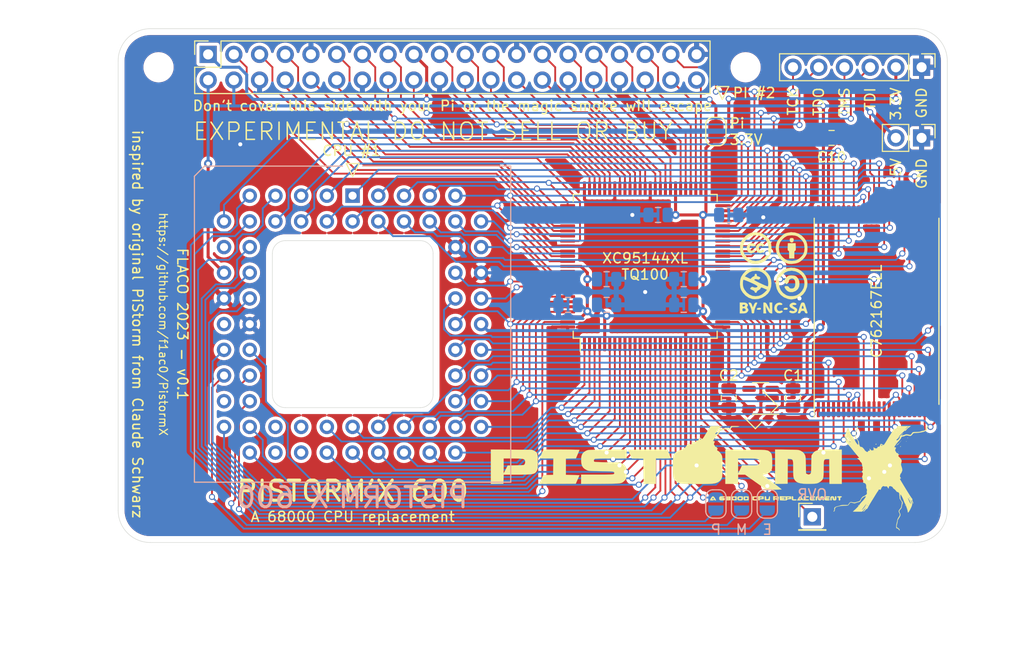
<source format=kicad_pcb>
(kicad_pcb (version 20221018) (generator pcbnew)
  (title_block (title "PiStorm'X") (date "2021-07-27") (rev "0.1") (company "FLACO") (comment 1 "Pistorm adapter board with Xilinx CPLD"))
  (layers (0 "F.Cu" signal) (31 "B.Cu" signal) (34 "B.Paste" user) (35 "F.Paste" user) (36 "B.SilkS" user "B.Silkscreen") (37 "F.SilkS" user "F.Silkscreen") (38 "B.Mask" user) (39 "F.Mask" user) (44 "Edge.Cuts" user))
  (net 0 "")
  (net 1 "GND")
  (net 2 "+5V")
  (net 3 "/D5")
  (net 4 "/A4")
  (net 5 "/D6")
  (net 6 "/A3")
  (net 7 "/D7")
  (net 8 "/A2")
  (net 9 "/D8")
  (net 10 "/A1")
  (net 11 "/D9")
  (net 12 "/_BG")
  (net 13 "/D10")
  (net 14 "/D11")
  (net 15 "/_BR")
  (net 16 "/D12")
  (net 17 "/_IPL0")
  (net 18 "/D13")
  (net 19 "/_IPL1")
  (net 20 "/D14")
  (net 21 "/_IPL2")
  (net 22 "/D15")
  (net 23 "/_BERR")
  (net 24 "/_VPA")
  (net 25 "/A23")
  (net 26 "/E")
  (net 27 "/A22")
  (net 28 "/_VMA")
  (net 29 "/A21")
  (net 30 "/_RST")
  (net 31 "/_HALT")
  (net 32 "/A20")
  (net 33 "/A19")
  (net 34 "/CLK7")
  (net 35 "/A18")
  (net 36 "/A17")
  (net 37 "+3.3V")
  (net 38 "/A16")
  (net 39 "/_M68K_BGACK")
  (net 40 "/A15")
  (net 42 "/A14")
  (net 43 "/_DTACK")
  (net 44 "/A13")
  (net 45 "/RW")
  (net 46 "/A12")
  (net 47 "/_LDS")
  (net 48 "/A11")
  (net 49 "/_UDS")
  (net 50 "/A10")
  (net 51 "/_AS")
  (net 52 "/A9")
  (net 53 "/D0")
  (net 54 "/A8")
  (net 55 "/D1")
  (net 56 "/A7")
  (net 57 "/D2")
  (net 58 "/A6")
  (net 59 "/D3")
  (net 60 "/A5")
  (net 61 "/D4")
  (net 62 "/SD13")
  (net 63 "/SD12")
  (net 64 "/TCK")
  (net 65 "/SD8")
  (net 66 "/SD11")
  (net 67 "/SD5")
  (net 68 "/SD4")
  (net 69 "/PI_RD")
  (net 70 "/PI_RESET")
  (net 71 "/PI_IPL_0")
  (net 72 "/PI_TXN_IN_PROCESS")
  (net 73 "/PI_WR")
  (net 74 "/SD0")
  (net 75 "/SD3")
  (net 76 "/TDO")
  (net 77 "/SD1")
  (net 78 "/SD2")
  (net 79 "/TMS")
  (net 80 "/_M68K_VMA")
  (net 81 "/SD15")
  (net 82 "/SD14")
  (net 83 "/TDI")
  (net 84 "/SD10")
  (net 85 "/SD9")
  (net 86 "/SD7")
  (net 87 "/SD6")
  (net 88 "/PI_CLK")
  (net 89 "/PI_A1")
  (net 90 "/PI_A0")
  (net 91 "/M68K_E")
  (net 92 "/_M68K_VPA")
  (net 94 "/_OVR")
  (net 95 "/RAMCE")
  (net 99 "Net-(JP1-B)")
  (footprint "Connector_PinSocket_2.54mm:PinSocket_2x20_P2.54mm_Vertical" (layer "F.Cu") (at 73.66 112.395 90)
    (fp_text reference "J2" hide)
    (fp_text value "Raspberry_Pi_2_3")
  )
  (footprint "Connector_PinHeader_2.54mm:PinHeader_1x06_P2.54mm_Vertical" (layer "F.Cu") (at 144.145 113.665 -90)
    (fp_text reference "J3" hide)
    (fp_text value "PROG")
  )
  (footprint "Package_QFP:TQFP-100_14x14mm_P0.5mm" (layer "F.Cu") (at 116.84 133.35 90)
    (fp_text reference "U1" hide)
    (fp_text value "XC95144XL-TQ100")
  )
  (footprint "Capacitor_SMD:C_0805_2012Metric" (layer "F.Cu") (at 131.445 146.365 90)
    (fp_text reference "C1")
    (fp_text value "10u")
  )
  (footprint "Package_TO_SOT_SMD:SOT-23-5" (layer "F.Cu") (at 128.241855 146.412858 180)
    (fp_text reference "U2" hide)
    (fp_text value "SPX3819M5-L-3-3")
  )
  (footprint "Sassa:SOT-23" (layer "F.Cu") (at 128.305355 147.746358 -45)
    (fp_text reference "U3" hide)
    (fp_text value "XC6206PxxxMR")
  )
  (footprint "Capacitor_SMD:C_0805_2012Metric" (layer "F.Cu") (at 125.095 146.365 -90)
    (fp_text reference "C2")
    (fp_text value "10u")
  )
  (footprint "Connector_PinHeader_2.54mm:PinHeader_1x01_P2.54mm_Vertical" (layer "F.Cu") (at 133.35 158.115)
    (fp_text reference "J4" hide)
    (fp_text value "OVR")
  )
  (footprint "Connector_PinHeader_2.54mm:PinHeader_1x02_P2.54mm_Vertical" (layer "F.Cu") (at 144.145 120.65 -90)
    (fp_text reference "J5" hide)
    (fp_text value "Power")
  )
  (footprint "Jumper:SolderJumper-2_P1.3mm_Open_RoundedPad1.0x1.5mm" (layer "F.Cu") (at 123.825 120.015 90)
    (fp_text reference "JP1" hide)
    (fp_text value "self-power")
  )
  (footprint "Sassa:CC_BY_NC_SA_square_silkscreen" (layer "F.Cu") (at 129.54 133.985)
    (fp_text reference "FID2" hide)
    (fp_text value "License" hide)
  )
  (footprint "Sassa:PIC_PistormX_43x10mm" (layer "F.Cu") (at 121.595916 154.668671)
    (fp_text reference "FID1" hide)
    (fp_text value "Logo" hide)
  )
  (footprint "Capacitor_SMD:C_0805_2012Metric" (layer "F.Cu") (at 135.255 120.65)
    (fp_text reference "C10")
    (fp_text value "100n")
  )
  (footprint "Package_SO:TSOP-I-48_18.4x12mm_P0.5mm" (layer "F.Cu") (at 139.7 137.795 90)
    (fp_text reference "U4" hide)
    (fp_text value "CY62177ESL-55ZXI")
  )
  (footprint "Capacitor_SMD:C_0805_2012Metric" (layer "B.Cu") (at 120.65 137.16 180)
    (fp_text reference "C4" hide)
    (fp_text value "100n")
  )
  (footprint "Capacitor_SMD:C_0805_2012Metric" (layer "B.Cu") (at 120.65 134.62 180)
    (fp_text reference "C5" hide)
    (fp_text value "100n")
  )
  (footprint "MountingHole:MountingHole_2.5mm" (layer "B.Cu") (at 68.76 113.665)
    (fp_text reference "H2" hide)
    (fp_text value "MountingHole")
  )
  (footprint "MountingHole:MountingHole_2.5mm" (layer "B.Cu") (at 126.76 113.665)
    (fp_text reference "H1" hide)
    (fp_text value "MountingHole")
  )
  (footprint "Capacitor_SMD:C_0805_2012Metric" (layer "B.Cu") (at 113.03 137.16)
    (fp_text reference "C3" hide)
    (fp_text value "100n")
  )
  (footprint "Capacitor_SMD:C_0805_2012Metric" (layer "B.Cu") (at 118.11 128.27 180)
    (fp_text reference "C7" hide)
    (fp_text value "100n")
  )
  (footprint "Capacitor_SMD:C_0805_2012Metric" (layer "B.Cu") (at 113.03 134.62)
    (fp_text reference "C8" hide)
    (fp_text value "100n")
  )
  (footprint "Capacitor_SMD:C_0805_2012Metric" (layer "B.Cu") (at 125.095 128.27)
    (fp_text reference "C6" hide)
    (fp_text value "100n")
  )
  (footprint "Sassa:PLCC-68_THT-SocketOnTop" (layer "B.Cu") (at 75.23 139.065 -90)
    (fp_text reference "J1" hide)
    (fp_text value "MC68000FN socket")
  )
  (footprint "Capacitor_SMD:C_0805_2012Metric" (layer "B.Cu") (at 109.22 137.16 180)
    (fp_text reference "C9" hide)
    (fp_text value "100n")
  )
  (footprint "Jumper:SolderJumper-2_P1.3mm_Open_RoundedPad1.0x1.5mm" (layer "B.Cu") (at 126.365 156.845 -90)
    (fp_text reference "JP2" hide)
    (fp_text value "VMA")
  )
  (footprint "Jumper:SolderJumper-2_P1.3mm_Open_RoundedPad1.0x1.5mm" (layer "B.Cu") (at 128.905 156.845 -90)
    (fp_text reference "JP3" hide)
    (fp_text value "E")
  )
  (footprint "Jumper:SolderJumper-2_P1.3mm_Open_RoundedPad1.0x1.5mm" (layer "B.Cu") (at 123.825 156.845 -90)
    (fp_text reference "JP4" hide)
    (fp_text value "VPA")
  )
  (gr_line (start 123.825 115.57) (end 124.46 116.84) (stroke (width 0.12)) (layer "F.SilkS"))
  (gr_line (start 88.5825 123.19) (end 87.3125 123.19) (stroke (width 0.12)) (layer "F.SilkS"))
  (gr_line (start 87.3125 123.19) (end 87.9475 124.46) (stroke (width 0.12)) (layer "F.SilkS"))
  (gr_line (start 125.095 115.57) (end 123.825 115.57) (stroke (width 0.12)) (layer "F.SilkS"))
  (gr_line (start 87.9475 124.46) (end 88.5825 123.19) (stroke (width 0.12)) (layer "F.SilkS"))
  (gr_line (start 124.46 116.84) (end 125.095 115.57) (stroke (width 0.12)) (layer "F.SilkS"))
  (gr_line (start 80.01 132.08) (end 80.01 146.05) (stroke (width 0.05)) (layer "Edge.Cuts"))
  (gr_line (start 81.28 147.32) (end 94.615 147.32) (stroke (width 0.05)) (layer "Edge.Cuts"))
  (gr_arc (start 95.885 146.05) (mid 95.513026 146.948026) (end 94.615 147.32) (stroke (width 0.05)) (layer "Edge.Cuts"))
  (gr_line (start 94.615 130.81) (end 81.28 130.81) (stroke (width 0.05)) (layer "Edge.Cuts"))
  (gr_arc (start 64.77 113.03) (mid 65.699936 110.784936) (end 67.945 109.855) (stroke (width 0.05)) (layer "Edge.Cuts"))
  (gr_line (start 95.885 146.05) (end 95.885 132.08) (stroke (width 0.05)) (layer "Edge.Cuts"))
  (gr_line (start 64.77 113.03) (end 64.77 157.479998) (stroke (width 0.05)) (layer "Edge.Cuts"))
  (gr_arc (start 94.615 130.81) (mid 95.513026 131.181974) (end 95.885 132.08) (stroke (width 0.05)) (layer "Edge.Cuts"))
  (gr_arc (start 146.685 157.48) (mid 145.755064 159.725064) (end 143.51 160.655) (stroke (width 0.05)) (layer "Edge.Cuts"))
  (gr_arc (start 81.28 147.32) (mid 80.381974 146.948026) (end 80.01 146.05) (stroke (width 0.05)) (layer "Edge.Cuts"))
  (gr_line (start 146.685 157.48) (end 146.685 113.03) (stroke (width 0.05)) (layer "Edge.Cuts"))
  (gr_arc (start 143.51 109.855) (mid 145.755064 110.784936) (end 146.685 113.03) (stroke (width 0.05)) (layer "Edge.Cuts"))
  (gr_arc (start 67.945 160.655) (mid 65.699935 159.725063) (end 64.77 157.479998) (stroke (width 0.05)) (layer "Edge.Cuts"))
  (gr_line (start 67.945 160.655) (end 143.51 160.655) (stroke (width 0.05)) (layer "Edge.Cuts"))
  (gr_arc (start 80.01 132.08) (mid 80.381974 131.181974) (end 81.28 130.81) (stroke (width 0.05)) (layer "Edge.Cuts"))
  (gr_line (start 143.51 109.855) (end 67.945 109.855) (stroke (width 0.05)) (layer "Edge.Cuts"))
  (gr_text "E" (at 128.905 159.385) (layer "B.SilkS") (effects (font (size 1 1)) (justify mirror)))
  (gr_text "OVR" (at 133.35 155.8925) (layer "B.SilkS") (effects (font (size 1 1)) (justify mirror)))
  (gr_text "M" (at 126.365 159.385) (layer "B.SilkS") (effects (font (size 1 1)) (justify mirror)))
  (gr_text "PISTORM'X 600" (at 87.884 156.21) (layer "B.SilkS") (effects (font (size 2 2) (thickness 0.3)) (justify mirror)))
  (gr_text "P" (at 123.825 159.385) (layer "B.SilkS") (effects (font (size 1 1)) (justify mirror)))
  (gr_text "inspired by original PiStorm from Claude Schwarz" (at 66.675 139.065 270) (layer "F.SilkS") (effects (font (size 1 1))))
  (gr_text "CPU #1" (at 90.805 121.92) (layer "F.SilkS") (effects (font (size 1 1)) (justify right)))
  (gr_text "PI #2" (at 125.4125 116.205) (layer "F.SilkS") (effects (font (size 1 1)) (justify left)))
  (gr_text "Pi\n3.3V" (at 125.095 120.015) (layer "F.SilkS") (effects (font (size 1 1)) (justify left)))
  (gr_text "https://github.com/f1ac0/PistormX" (at 69.215 139.065 270) (layer "F.SilkS") (effects (font (size 0.8 0.8) (thickness 0.12))))
  (gr_text "TCK" (at 131.445 115.57 90) (layer "F.SilkS") (effects (font (size 1 1)) (justify right)))
  (gr_text "C762167ELL" (at 139.7 137.795 90) (layer "F.SilkS") (effects (font (size 1 1))))
  (gr_text "EXPERIMENTAL DO NOT SELL OR BUY" (at 95.885 120.015) (layer "F.SilkS") (effects (font (size 1.7 1.7))))
  (gr_text "TDO" (at 133.985 115.57 90) (layer "F.SilkS") (effects (font (size 1 1)) (justify right)))
  (gr_text "XC95144XL\nTQ100" (at 116.84 133.35) (layer "F.SilkS") (effects (font (size 1 1))))
  (gr_text "TDI" (at 139.065 115.57 90) (layer "F.SilkS") (effects (font (size 1 1)) (justify right)))
  (gr_text "5V" (at 141.605 122.555 90) (layer "F.SilkS") (effects (font (size 1 1)) (justify right)))
  (gr_text "3.3V" (at 141.605 115.57 90) (layer "F.SilkS") (effects (font (size 1 1)) (justify right)))
  (gr_text "FLACO 2023 - v0.1" (at 71.12 139.065 270) (layer "F.SilkS") (effects (font (size 1 1))))
  (gr_text "Don't cover this side with your Pi or the magic smoke will escape" (at 97.79 117.475) (layer "F.SilkS") (effects (font (size 1 1))))
  (gr_text "GND" (at 144.145 122.555 90) (layer "F.SilkS") (effects (font (size 1 1)) (justify right)))
  (gr_text "TMS" (at 136.525 115.57 90) (layer "F.SilkS") (effects (font (size 1 1)) (justify right)))
  (gr_text "GND" (at 144.145 115.57 90) (layer "F.SilkS") (effects (font (size 1 1)) (justify right)))
  (gr_text "PISTORM'X 600" (at 87.9475 155.575) (layer "F.SilkS") (effects (font (size 2 2) (thickness 0.3))))
  (gr_text "A 68000 CPU replacement" (at 87.9475 158.115) (layer "F.SilkS") (effects (font (size 1 1))))
  (segment (start 128.89 139.037254) (end 128.89 141.874239) (width 0.3) (layer "F.Cu") (net 1))
  (segment (start 128.92 141.904239) (end 128.92 142.24) (width 0.3) (layer "F.Cu") (net 1))
  (segment (start 109.1775 131.35) (end 111.03 131.35) (width 0.3) (layer "F.Cu") (net 1))
  (segment (start 128.92 142.24) (end 128.92 142.86) (width 0.3) (layer "F.Cu") (net 1))
  (segment (start 124.5025 136.85) (end 126.702746 136.85) (width 0.3) (layer "F.Cu") (net 1))
  (segment (start 102.946961 127.076961) (end 102.235 126.365) (width 0.3) (layer "F.Cu") (net 1))
  (segment (start 110.84 126.715) (end 111.11 126.985) (width 0.3) (layer "F.Cu") (net 1))
  (segment (start 124.5025 130.35) (end 126.6617 130.35) (width 0.3) (layer "F.Cu") (net 1))
  (segment (start 128.89 141.874239) (end 128.92 141.904239) (width 0.3) (layer "F.Cu") (net 1))
  (segment (start 120.84 153.225) (end 121.285 153.67) (width 0.3) (layer "F.Cu") (net 1))
  (segment (start 109.1775 131.35) (end 107.842254 131.35) (width 0.3) (layer "F.Cu") (net 1))
  (segment (start 109.1775 139.35) (end 107.665 139.35) (width 0.3) (layer "F.Cu") (net 1))
  (segment (start 103.569215 127.076961) (end 102.946961 127.076961) (width 0.3) (layer "F.Cu") (net 1))
  (segment (start 113.53052 126.985) (end 113.84 126.67552) (width 0.3) (layer "F.Cu") (net 1))
  (segment (start 126.702746 136.85) (end 128.89 139.037254) (width 0.3) (layer "F.Cu") (net 1))
  (segment (start 120.84 141.0125) (end 120.84 153.225) (width 0.3) (layer "F.Cu") (net 1))
  (segment (start 123.825 140.335) (end 123.825 142.24) (width 0.3) (layer "F.Cu") (net 1))
  (segment (start 134.95 128.1075) (end 134.95 121.905) (width 0.3) (layer "F.Cu") (net 1))
  (segment (start 110.84 125.6875) (end 110.84 126.715) (width 0.3) (layer "F.Cu") (net 1))
  (segment (start 113.84 126.67552) (end 113.84 125.6875) (width 0.3) (layer "F.Cu") (net 1))
  (segment (start 128.27 146.3675) (end 128.27 144.927803) (width 0.3) (layer "F.Cu") (net 1))
  (segment (start 128.315358 146.412858) (end 128.27 146.3675) (width 0.3) (layer "F.Cu") (net 1))
  (segment (start 117.34 125.6875) (end 117.34 127.5) (width 0.3) (layer "F.Cu") (net 1))
  (segment (start 128.27 144.927803) (end 128.92 144.277803) (width 0.3) (layer "F.Cu") (net 1))
  (segment (start 128.92 144.277803) (end 128.92 142.24) (width 0.3) (layer "F.Cu") (net 1))
  (segment (start 111.11 126.985) (end 113.53052 126.985) (width 0.3) (layer "F.Cu") (net 1))
  (segment (start 129.379355 146.412858) (end 128.315358 146.412858) (width 0.3) (layer "F.Cu") (net 1))
  (segment (start 120.84 141.0125) (end 120.84 139.255) (width 0.3) (layer "F.Cu") (net 1))
  (segment (start 126.6617 130.35) (end 128.50585 128.50585) (width 0.3) (layer "F.Cu") (net 1))
  (segment (start 107.665 139.35) (end 107.315 139.7) (width 0.3) (layer "F.Cu") (net 1))
  (segment (start 128.27 146.3675) (end 128.27 147.955) (width 0.3) (layer "F.Cu") (net 1))
  (segment (start 120.84 139.255) (end 122.745 139.255) (width 0.3) (layer "F.Cu") (net 1))
  (segment (start 134.95 121.905) (end 136.205 120.65) (width 0.3) (layer "F.Cu") (net 1))
  (segment (start 107.842254 131.35) (end 103.569215 127.076961) (width 0.3) (layer "F.Cu") (net 1))
  (segment (start 128.27 147.955) (end 127.635 148.59) (width 0.3) (layer "F.Cu") (net 1))
  (segment (start 122.745 139.255) (end 123.825 140.335) (width 0.3) (layer "F.Cu") (net 1))
  (via (at 76.835 121.285) (size 0.8) (drill 0.4) (layers "F.Cu" "B.Cu") (net 1))
  (via (at 132.08 136.525) (size 0.8) (drill 0.4) (layers "F.Cu" "B.Cu") (net 1))
  (via (at 128.50585 128.50585) (size 0.8) (drill 0.4) (layers "F.Cu" "B.Cu") (net 1))
  (via (at 116.84 135.89) (size 0.8) (drill 0.4) (layers "F.Cu" "B.Cu") (net 1))
  (via (at 115.57 128.27) (size 0.8) (drill 0.4) (layers "F.Cu" "B.Cu") (net 1))
  (segment (start 100.63 133.985) (end 102.235 133.985) (width 0.3) (layer "B.Cu") (net 1))
  (segment (start 134.45 139.065) (end 134.45 128.1075) (width 0.3) (layer "F.Cu") (net 2))
  (segment (start 131.445 147.315) (end 130.175 147.315) (width 0.3) (layer "F.Cu") (net 2))
  (segment (start 139.065 118.11) (end 139.065 124.109239) (width 0.18) (layer "F.Cu") (net 2))
  (segment (start 130.391855 146.055751) (end 130.391855 147.098145) (width 0.3) (layer "F.Cu") (net 2))
  (segment (start 73.66 132.415) (end 75.23 133.985) (width 0.3) (layer "F.Cu") (net 2))
  (segment (start 139.065 124.109239) (end 139.430761 124.475) (width 0.18) (layer "F.Cu") (net 2))
  (segment (start 134.45 117.5105) (end 134.45 128.1075) (width 0.3) (layer "F.Cu") (net 2))
  (segment (start 129.379355 148.086572) (end 129.012462 148.453465) (width 0.3) (layer "F.Cu") (net 2))
  (segment (start 132.842 140.673) (end 132.842 145.918) (width 0.3) (layer "F.Cu") (net 2))
  (segment (start 129.379355 147.362858) (end 129.379355 148.086572) (width 0.3) (layer "F.Cu") (net 2))
  (segment (start 130.175 147.315) (end 129.427213 147.315) (width 0.3) (layer "F.Cu") (net 2))
  (segment (start 130.391855 147.098145) (end 130.175 147.315) (width 0.3) (layer "F.Cu") (net 2))
  (segment (start 129.379355 145.462858) (end 129.798962 145.462858) (width 0.3) (layer "F.Cu") (net 2))
  (segment (start 134.1325 139.3825) (end 132.842 140.673) (width 0.3) (layer "F.Cu") (net 2))
  (segment (start 139.45 124.475) (end 139.45 128.1075) (width 0.18) (layer "F.Cu") (net 2))
  (segment (start 73.66 123.19) (end 73.66 132.415) (width 0.3) (layer "F.Cu") (net 2))
  (segment (start 139.430761 124.475) (end 139.45 124.475) (width 0.18) (layer "F.Cu") (net 2))
  (segment (start 129.427213 147.315) (end 129.379355 147.362858) (width 0.3) (layer "F.Cu") (net 2))
  (segment (start 132.842 145.918) (end 131.445 147.315) (width 0.3) (layer "F.Cu") (net 2))
  (segment (start 134.1325 139.3825) (end 134.45 139.065) (width 0.3) (layer "F.Cu") (net 2))
  (segment (start 134.4295 117.49) (end 134.45 117.5105) (width 0.3) (layer "F.Cu") (net 2))
  (segment (start 129.798962 145.462858) (end 130.391855 146.055751) (width 0.3) (layer "F.Cu") (net 2))
  (via (at 134.4295 117.49) (size 0.6) (drill 0.4) (layers "F.Cu" "B.Cu") (net 2))
  (via (at 73.66 123.19) (size 0.8) (drill 0.4) (layers "F.Cu" "B.Cu") (net 2))
  (via (at 134.1325 139.3825) (size 0.8) (drill 0.4) (layers "F.Cu" "B.Cu") (net 2))
  (via (at 139.065 118.11) (size 0.6) (drill 0.4) (layers "F.Cu" "B.Cu") (net 2))
  (segment (start 141.605 120.65) (end 138.445 117.49) (width 0.3) (layer "B.Cu") (net 2))
  (segment (start 133.83 139.685) (end 130.540761 139.685) (width 0.3) (layer "B.Cu") (net 2))
  (segment (start 138.445 117.49) (end 76.2 117.49) (width 0.3) (layer "B.Cu") (net 2))
  (segment (start 130.540761 139.685) (end 130.525761 139.7) (width 0.3) (layer "B.Cu") (net 2))
  (segment (start 101.265 139.7) (end 100.63 139.065) (width 0.3) (layer "B.Cu") (net 2))
  (segment (start 130.525761 139.7) (end 101.265 139.7) (width 0.3) (layer "B.Cu") (net 2))
  (segment (start 76.2 117.49) (end 73.675 117.49) (width 0.3) (layer "B.Cu") (net 2))
  (segment (start 76.2 114.935) (end 76.2 117.49) (width 0.3) (layer "B.Cu") (net 2))
  (segment (start 134.1325 139.3825) (end 133.83 139.685) (width 0.3) (layer "B.Cu") (net 2))
  (segment (start 73.66 123.19) (end 73.66 114.935) (width 0.3) (layer "B.Cu") (net 2))
  (segment (start 73.675 117.49) (end 73.66 117.475) (width 0.3) (layer "B.Cu") (net 2))
  (segment (start 140.95 129.4705) (end 140.95 128.1075) (width 0.18) (layer "F.Cu") (net 3))
  (segment (start 104.775 129.54) (end 107.585 132.35) (width 0.18) (layer "F.Cu") (net 3))
  (segment (start 107.585 132.35) (end 109.1775 132.35) (width 0.18) (layer "F.Cu") (net 3))
  (segment (start 141.0195 129.54) (end 140.95 129.4705) (width 0.18) (layer "F.Cu") (net 3))
  (segment (start 103.505 129.54) (end 104.775 129.54) (width 0.18) (layer "F.Cu") (net 3))
  (via (at 103.505 129.54) (size 0.6) (drill 0.4) (layers "F.Cu" "B.Cu") (net 3))
  (via (at 141.0195 129.54) (size 0.6) (drill 0.4) (layers "F.Cu" "B.Cu") (net 3))
  (segment (start 103.505 129.54) (end 101.7905 127.8255) (width 0.18) (layer "B.Cu") (net 3))
  (segment (start 101.7905 127.8255) (end 89.0095 127.8255) (width 0.18) (layer "B.Cu") (net 3))
  (segment (start 89.0095 127.8255) (end 87.93 128.905) (width 0.18) (layer "B.Cu") (net 3))
  (segment (start 103.505 129.54) (end 141.0195 129.54) (width 0.18) (layer "B.Cu") (net 3))
  (segment (start 114.87 149.925) (end 114.87 141.0425) (width 0.18) (layer "F.Cu") (net 4))
  (segment (start 113.03 151.765) (end 114.87 149.925) (width 0.18) (layer "F.Cu") (net 4))
  (segment (start 114.87 141.0425) (end 114.84 141.0125) (width 0.18) (layer "F.Cu") (net 4))
  (segment (start 134.45 151.765) (end 134.45 147.4825) (width 0.18) (layer "F.Cu") (net 4))
  (via (at 134.45 151.765) (size 0.6) (drill 0.4) (layers "F.Cu" "B.Cu") (net 4))
  (via (at 113.03 151.765) (size 0.6) (drill 0.4) (layers "F.Cu" "B.Cu") (net 4))
  (segment (start 89.9912 153.8262) (end 87.93 151.765) (width 0.18) (layer "B.Cu") (net 4))
  (segment (start 106.67442 151.765) (end 104.61322 153.8262) (width 0.18) (layer "B.Cu") (net 4))
  (segment (start 104.61322 153.8262) (end 89.9912 153.8262) (width 0.18) (layer "B.Cu") (net 4))
  (segment (start 134.45 151.765) (end 113.03 151.765) (width 0.18) (layer "B.Cu") (net 4))
  (segment (start 113.03 151.765) (end 106.67442 151.765) (width 0.18) (layer "B.Cu") (net 4))
  (segment (start 124.5025 132.35) (end 127.365 132.35) (width 0.18) (layer "F.Cu") (net 5))
  (segment (start 127.365 132.35) (end 132.715 127) (width 0.18) (layer "F.Cu") (net 5))
  (segment (start 141.95 123.825) (end 141.95 128.1075) (width 0.18) (layer "F.Cu") (net 5))
  (segment (start 132.715 127) (end 132.715 124.46) (width 0.18) (layer "F.Cu") (net 5))
  (via (at 132.715 124.46) (size 0.6) (drill 0.4) (layers "F.Cu" "B.Cu") (net 5))
  (via (at 141.95 123.825) (size 0.6) (drill 0.4) (layers "F.Cu" "B.Cu") (net 5))
  (segment (start 141.95 123.825) (end 138.43 123.825) (width 0.18) (layer "B.Cu") (net 5))
  (segment (start 92.375 124.46) (end 90.47 126.365) (width 0.18) (layer "B.Cu") (net 5))
  (segment (start 138.43 123.825) (end 137.795 124.46) (width 0.18) (layer "B.Cu") (net 5))
  (segment (start 137.795 124.46) (end 92.375 124.46) (width 0.18) (layer "B.Cu") (net 5))
  (segment (start 133.35 147.955) (end 133.8225 147.4825) (width 0.18) (layer "F.Cu") (net 6))
  (segment (start 111.34 145.835) (end 111.34 141.0125) (width 0.18) (layer "F.Cu") (net 6))
  (segment (start 109.22 147.955) (end 111.34 145.835) (width 0.18) (layer "F.Cu") (net 6))
  (segment (start 133.8225 147.4825) (end 133.95 147.4825) (width 0.18) (layer "F.Cu") (net 6))
  (via (at 109.22 147.955) (size 0.6) (drill 0.4) (layers "F.Cu" "B.Cu") (net 6))
  (via (at 133.35 147.955) (size 0.6) (drill 0.4) (layers "F.Cu" "B.Cu") (net 6))
  (segment (start 89.0095 150.3045) (end 87.93 149.225) (width 0.18) (layer "B.Cu") (net 6))
  (segment (start 133.35 147.955) (end 107.429724 147.955) (width 0.18) (layer "B.Cu") (net 6))
  (segment (start 105.080224 150.3045) (end 89.0095 150.3045) (width 0.18) (layer "B.Cu") (net 6))
  (segment (start 107.429724 147.955) (end 105.080224 150.3045) (width 0.18) (layer "B.Cu") (net 6))
  (segment (start 142.95 133.35) (end 142.95 128.1075) (width 0.18) (layer "F.Cu") (net 7))
  (segment (start 130.175 133.35) (end 129.175 134.35) (width 0.18) (layer "F.Cu") (net 7))
  (segment (start 129.175 134.35) (end 124.5025 134.35) (width 0.18) (layer "F.Cu") (net 7))
  (via (at 130.175 133.35) (size 0.6) (drill 0.4) (layers "F.Cu" "B.Cu") (net 7))
  (via (at 142.95 133.35) (size 0.6) (drill 0.4) (layers "F.Cu" "B.Cu") (net 7))
  (segment (start 95.594589 130.3655) (end 91.9305 130.3655) (width 0.18) (layer "B.Cu") (net 7))
  (segment (start 102.87 133.35) (end 102.4255 132.9055) (width 0.18) (layer "B.Cu") (net 7))
  (segment (start 91.9305 130.3655) (end 90.47 128.905) (width 0.18) (layer "B.Cu") (net 7))
  (segment (start 142.95 133.35) (end 130.175 133.35) (width 0.18) (layer "B.Cu") (net 7))
  (segment (start 98.134589 132.9055) (end 95.594589 130.3655) (width 0.18) (layer "B.Cu") (net 7))
  (segment (start 130.175 133.35) (end 102.87 133.35) (width 0.18) (layer "B.Cu") (net 7))
  (segment (start 102.4255 132.9055) (end 98.134589 132.9055) (width 0.18) (layer "B.Cu") (net 7))
  (segment (start 115.34 150.725) (end 115.34 141.0125) (width 0.18) (layer "F.Cu") (net 8))
  (segment (start 144.45 152.4) (end 144.45 147.4825) (width 0.18) (layer "F.Cu") (net 8))
  (segment (start 113.665 152.4) (end 115.34 150.725) (width 0.18) (layer "F.Cu") (net 8))
  (via (at 113.665 152.4) (size 0.6) (drill 0.4) (layers "F.Cu" "B.Cu") (net 8))
  (via (at 144.45 152.4) (size 0.6) (drill 0.4) (layers "F.Cu" "B.Cu") (net 8))
  (segment (start 106.548536 152.4) (end 104.762336 154.1862) (width 0.18) (layer "B.Cu") (net 8))
  (segment (start 144.45 152.4) (end 113.665 152.4) (width 0.18) (layer "B.Cu") (net 8))
  (segment (start 87.8112 154.1862) (end 85.39 151.765) (width 0.18) (layer "B.Cu") (net 8))
  (segment (start 104.762336 154.1862) (end 87.8112 154.1862) (width 0.18) (layer "B.Cu") (net 8))
  (segment (start 113.665 152.4) (end 106.548536 152.4) (width 0.18) (layer "B.Cu") (net 8))
  (segment (start 143.45 124.46) (end 143.45 128.1075) (width 0.18) (layer "F.Cu") (net 9))
  (segment (start 107.315 125.095) (end 109.1775 126.9575) (width 0.18) (layer "F.Cu") (net 9))
  (segment (start 109.1775 126.9575) (end 109.1775 127.35) (width 0.18) (layer "F.Cu") (net 9))
  (via (at 107.315 125.095) (size 0.6) (drill 0.4) (layers "F.Cu" "B.Cu") (net 9))
  (via (at 143.45 124.46) (size 0.6) (drill 0.4) (layers "F.Cu" "B.Cu") (net 9))
  (segment (start 107.2438 125.0238) (end 94.3512 125.0238) (width 0.18) (layer "B.Cu") (net 9))
  (segment (start 94.3512 125.0238) (end 93.01 126.365) (width 0.18) (layer "B.Cu") (net 9))
  (segment (start 107.315 125.095) (end 137.7233 125.095) (width 0.18) (layer "B.Cu") (net 9))
  (segment (start 107.315 125.095) (end 107.2438 125.0238) (width 0.18) (layer "B.Cu") (net 9))
  (segment (start 137.7233 125.095) (end 138.3583 124.46) (width 0.18) (layer "B.Cu") (net 9))
  (segment (start 138.3583 124.46) (end 143.45 124.46) (width 0.18) (layer "B.Cu") (net 9))
  (segment (start 109.855 148.59) (end 111.84 146.605) (width 0.18) (layer "F.Cu") (net 10))
  (segment (start 145.0195 149.225) (end 145.45 148.7945) (width 0.18) (layer "F.Cu") (net 10))
  (segment (start 145.45 148.7945) (end 145.45 147.4825) (width 0.18) (layer "F.Cu") (net 10))
  (segment (start 111.84 146.605) (end 111.84 141.0125) (width 0.18) (layer "F.Cu") (net 10))
  (via (at 145.0195 149.225) (size 0.6) (drill 0.4) (layers "F.Cu" "B.Cu") (net 10))
  (via (at 109.855 148.59) (size 0.6) (drill 0.4) (layers "F.Cu" "B.Cu") (net 10))
  (segment (start 86.8295 150.6645) (end 85.39 149.225) (width 0.18) (layer "B.Cu") (net 10))
  (segment (start 105.22934 150.6645) (end 86.8295 150.6645) (width 0.18) (layer "B.Cu") (net 10))
  (segment (start 144.3845 148.59) (end 109.855 148.59) (width 0.18) (layer "B.Cu") (net 10))
  (segment (start 107.30384 148.59) (end 105.22934 150.6645) (width 0.18) (layer "B.Cu") (net 10))
  (segment (start 145.0195 149.225) (end 144.3845 148.59) (width 0.18) (layer "B.Cu") (net 10))
  (segment (start 109.855 148.59) (end 107.30384 148.59) (width 0.18) (layer "B.Cu") (net 10))
  (segment (start 142.45 131.87) (end 142.45 128.1075) (width 0.18) (layer "F.Cu") (net 11))
  (segment (start 128.405 133.85) (end 124.5025 133.85) (width 0.18) (layer "F.Cu") (net 11))
  (segment (start 129.54 132.715) (end 128.405 133.85) (width 0.18) (layer "F.Cu") (net 11))
  (segment (start 142.24 132.08) (end 142.45 131.87) (width 0.18) (layer "F.Cu") (net 11))
  (via (at 129.54 132.715) (size 0.6) (drill 0.4) (layers "F.Cu" "B.Cu") (net 11))
  (via (at 142.24 132.08) (size 0.6) (drill 0.4) (layers "F.Cu" "B.Cu") (net 11))
  (segment (start 98.532268 130.3655) (end 96.29775 130.3655) (width 0.18) (layer "B.Cu") (net 11))
  (segment (start 141.605 132.715) (end 102.997 132.715) (width 0.18) (layer "B.Cu") (net 11))
  (segment (start 99.3775 131.8895) (end 99.3775 131.210732) (width 0.18) (layer "B.Cu") (net 11))
  (segment (start 96.29775 130.3655) (end 95.91675 129.9845) (width 0.18) (layer "B.Cu") (net 11))
  (segment (start 99.3775 131.210732) (end 98.532268 130.3655) (width 0.18) (layer "B.Cu") (net 11))
  (segment (start 94.0895 129.9845) (end 93.01 128.905) (width 0.18) (layer "B.Cu") (net 11))
  (segment (start 95.91675 129.9845) (end 94.0895 129.9845) (width 0.18) (layer "B.Cu") (net 11))
  (segment (start 142.24 132.08) (end 141.605 132.715) (width 0.18) (layer "B.Cu") (net 11))
  (segment (start 102.997 132.715) (end 102.8065 132.5245) (width 0.18) (layer "B.Cu") (net 11))
  (segment (start 102.8065 132.5245) (end 100.0125 132.5245) (width 0.18) (layer "B.Cu") (net 11))
  (segment (start 100.0125 132.5245) (end 99.3775 131.8895) (width 0.18) (layer "B.Cu") (net 11))
  (segment (start 117.659893 156.21) (end 118.34 155.529893) (width 0.18) (layer "F.Cu") (net 12))
  (segment (start 118.34 155.529893) (end 118.34 141.0125) (width 0.18) (layer "F.Cu") (net 12))
  (via (at 117.659893 156.21) (size 0.6) (drill 0.4) (layers "F.Cu" "B.Cu") (net 12))
  (segment (start 75.780564 135.128) (end 76.5175 134.391064) (width 0.18) (layer "B.Cu") (net 12))
  (segment (start 117.659893 156.21) (end 116.769893 157.1) (width 0.18) (layer "B.Cu") (net 12))
  (segment (start 73.025 151.170277) (end 73.025 136.525) (width 0.18) (layer "B.Cu") (net 12))
  (segment (start 76.5175 134.391064) (end 76.5175 132.6975) (width 0.18) (layer "B.Cu") (net 12))
  (segment (start 76.5175 132.6975) (end 77.77 131.445) (width 0.18) (layer "B.Cu") (net 12))
  (segment (start 116.769893 157.1) (end 78.954723 157.1) (width 0.18) (layer "B.Cu") (net 12))
  (segment (start 78.954723 157.1) (end 73.025 151.170277) (width 0.18) (layer "B.Cu") (net 12))
  (segment (start 73.025 136.525) (end 74.422 135.128) (width 0.18) (layer "B.Cu") (net 12))
  (segment (start 74.422 135.128) (end 75.780564 135.128) (width 0.18) (layer "B.Cu") (net 12))
  (segment (start 108.452096 127.85) (end 109.1775 127.85) (width 0.18) (layer "F.Cu") (net 13))
  (segment (start 106.266596 125.6645) (end 108.452096 127.85) (width 0.18) (layer "F.Cu") (net 13))
  (segment (start 140.97 125.095) (end 141.45 125.575) (width 0.18) (layer "F.Cu") (net 13))
  (segment (start 141.45 125.575) (end 141.45 128.1075) (width 0.18) (layer "F.Cu") (net 13))
  (segment (start 106.149895 125.6645) (end 106.266596 125.6645) (width 0.18) (layer "F.Cu") (net 13))
  (via (at 140.97 125.095) (size 0.6) (drill 0.4) (layers "F.Cu" "B.Cu") (net 13))
  (via (at 106.149895 125.6645) (size 0.6) (drill 0.4) (layers "F.Cu" "B.Cu") (net 13))
  (segment (start 101.9523 125.3838) (end 96.5312 125.3838) (width 0.18) (layer "B.Cu") (net 13))
  (segment (start 137.795 125.73) (end 138.43 125.095) (width 0.18) (layer "B.Cu") (net 13))
  (segment (start 106.149895 125.6645) (end 106.084395 125.73) (width 0.18) (layer "B.Cu") (net 13))
  (segment (start 102.2985 125.73) (end 101.9523 125.3838) (width 0.18) (layer "B.Cu") (net 13))
  (segment (start 138.43 125.095) (end 140.97 125.095) (width 0.18) (layer "B.Cu") (net 13))
  (segment (start 106.215395 125.73) (end 137.795 125.73) (width 0.18) (layer "B.Cu") (net 13))
  (segment (start 96.5312 125.3838) (end 95.55 126.365) (width 0.18) (layer "B.Cu") (net 13))
  (segment (start 106.084395 125.73) (end 102.2985 125.73) (width 0.18) (layer "B.Cu") (net 13))
  (segment (start 106.149895 125.6645) (end 106.215395 125.73) (width 0.18) (layer "B.Cu") (net 13))
  (segment (start 107.599889 134.35) (end 109.1775 134.35) (width 0.18) (layer "F.Cu") (net 14))
  (segment (start 140.45 131.445) (end 140.45 128.1075) (width 0.18) (layer "F.Cu") (net 14))
  (segment (start 104.694889 131.445) (end 107.599889 134.35) (width 0.18) (layer "F.Cu") (net 14))
  (segment (start 104.14 131.445) (end 104.694889 131.445) (width 0.18) (layer "F.Cu") (net 14))
  (via (at 104.14 131.445) (size 0.6) (drill 0.4) (layers "F.Cu" "B.Cu") (net 14))
  (via (at 140.45 131.445) (size 0.6) (drill 0.4) (layers "F.Cu" "B.Cu") (net 14))
  (segment (start 103.333898 131.445) (end 102.135098 130.2462) (width 0.18) (layer "B.Cu") (net 14))
  (segment (start 102.135098 130.2462) (end 98.922084 130.2462) (width 0.18) (layer "B.Cu") (net 14))
  (segment (start 98.660384 129.9845) (end 96.648116 129.9845) (width 0.18) (layer "B.Cu") (net 14))
  (segment (start 140.45 131.445) (end 104.14 131.445) (width 0.18) (layer "B.Cu") (net 14))
  (segment (start 98.922084 130.2462) (end 98.660384 129.9845) (width 0.18) (layer "B.Cu") (net 14))
  (segment (start 96.288116 129.6245) (end 96.2695 129.6245) (width 0.18) (layer "B.Cu") (net 14))
  (segment (start 96.2695 129.6245) (end 95.55 128.905) (width 0.18) (layer "B.Cu") (net 14))
  (segment (start 96.648116 129.9845) (end 96.288116 129.6245) (width 0.18) (layer "B.Cu") (net 14))
  (segment (start 104.14 131.445) (end 103.333898 131.445) (width 0.18) (layer "B.Cu") (net 14))
  (segment (start 117.84 155.21) (end 117.84 141.0125) (width 0.18) (layer "F.Cu") (net 15))
  (segment (start 116.84 156.21) (end 117.84 155.21) (width 0.18) (layer "F.Cu") (net 15))
  (via (at 116.84 156.21) (size 0.6) (drill 0.4) (layers "F.Cu" "B.Cu") (net 15))
  (segment (start 76.267 135.488) (end 77.77 133.985) (width 0.18) (layer "B.Cu") (net 15))
  (segment (start 79.103839 156.74) (end 73.385 151.021161) (width 0.18) (layer "B.Cu") (net 15))
  (segment (start 116.84 156.21) (end 116.31 156.74) (width 0.18) (layer "B.Cu") (net 15))
  (segment (start 74.571116 135.488) (end 76.267 135.488) (width 0.18) (layer "B.Cu") (net 15))
  (segment (start 116.31 156.74) (end 79.103839 156.74) (width 0.18) (layer "B.Cu") (net 15))
  (segment (start 73.385 151.021161) (end 73.385 136.674116) (width 0.18) (layer "B.Cu") (net 15))
  (segment (start 73.385 136.674116) (end 74.571116 135.488) (width 0.18) (layer "B.Cu") (net 15))
  (segment (start 107.49 130.35) (end 109.1775 130.35) (width 0.18) (layer "F.Cu") (net 16))
  (segment (start 138.95 125.8195) (end 138.95 128.1075) (width 0.18) (layer "F.Cu") (net 16))
  (segment (start 103.505 126.365) (end 107.49 130.35) (width 0.18) (layer "F.Cu") (net 16))
  (segment (start 138.8605 125.73) (end 138.95 125.8195) (width 0.18) (layer "F.Cu") (net 16))
  (via (at 138.8605 125.73) (size 0.6) (drill 0.4) (layers "F.Cu" "B.Cu") (net 16))
  (via (at 103.505 126.365) (size 0.6) (drill 0.4) (layers "F.Cu" "B.Cu") (net 16))
  (segment (start 138.32775 125.73) (end 137.69275 126.365) (width 0.18) (layer "B.Cu") (net 16))
  (segment (start 98.09 126.365) (end 103.505 126.365) (width 0.18) (layer "B.Cu") (net 16))
  (segment (start 137.69275 126.365) (end 103.505 126.365) (width 0.18) (layer "B.Cu") (net 16))
  (segment (start 138.8605 125.73) (end 138.32775 125.73) (width 0.18) (layer "B.Cu") (net 16))
  (segment (start 116.84 153.035) (end 116.84 141.0125) (width 0.18) (layer "F.Cu") (net 17))
  (segment (start 115.57 154.305) (end 116.84 153.035) (width 0.18) (layer "F.Cu") (net 17))
  (via (at 115.57 154.305) (size 0.6) (drill 0.4) (layers "F.Cu" "B.Cu") (net 17))
  (segment (start 81.305 155.3) (end 77.77 151.765) (width 0.18) (layer "B.Cu") (net 17))
  (segment (start 115.57 154.305) (end 106.170884 154.305) (width 0.18) (layer "B.Cu") (net 17))
  (segment (start 106.170884 154.305) (end 105.175884 155.3) (width 0.18) (layer "B.Cu") (net 17))
  (segment (start 105.175884 155.3) (end 81.305 155.3) (width 0.18) (layer "B.Cu") (net 17))
  (segment (start 104.14 130.175) (end 104.7394 130.175) (width 0.18) (layer "F.Cu") (net 18))
  (segment (start 107.4144 132.85) (end 109.1775 132.85) (width 0.18) (layer "F.Cu") (net 18))
  (segment (start 137.95 130.175) (end 137.95 128.1075) (width 0.18) (layer "F.Cu") (net 18))
  (segment (start 104.7394 130.175) (end 107.4144 132.85) (width 0.18) (layer "F.Cu") (net 18))
  (via (at 104.14 130.175) (size 0.6) (drill 0.4) (layers "F.Cu" "B.Cu") (net 18))
  (via (at 137.95 130.175) (size 0.6) (drill 0.4) (layers "F.Cu" "B.Cu") (net 18))
  (segment (start 103.124558 130.175) (end 101.854558 128.905) (width 0.18) (layer "B.Cu") (net 18))
  (segment (start 104.14 130.175) (end 137.95 130.175) (width 0.18) (layer "B.Cu") (net 18))
  (segment (start 104.14 130.175) (end 103.124558 130.175) (width 0.18) (layer "B.Cu") (net 18))
  (segment (start 101.854558 128.905) (end 100.63 128.905) (width 0.18) (layer "B.Cu") (net 18))
  (segment (start 116.205 154.94) (end 117.34 153.805) (width 0.18) (layer "F.Cu") (net 19))
  (segment (start 117.34 153.805) (end 117.34 141.0125) (width 0.18) (layer "F.Cu") (net 19))
  (via (at 116.205 154.94) (size 0.6) (drill 0.4) (layers "F.Cu" "B.Cu") (net 19))
  (segment (start 79.551187 155.66) (end 75.23 151.338813) (width 0.18) (layer "B.Cu") (net 19))
  (segment (start 116.205 154.94) (end 106.045 154.94) (width 0.18) (layer "B.Cu") (net 19))
  (segment (start 106.045 154.94) (end 105.325 155.66) (width 0.18) (layer "B.Cu") (net 19))
  (segment (start 75.23 151.338813) (end 75.23 149.225) (width 0.18) (layer "B.Cu") (net 19))
  (segment (start 105.325 155.66) (end 79.551187 155.66) (width 0.18) (layer "B.Cu") (net 19))
  (segment (start 104.569005 130.81) (end 107.609005 133.85) (width 0.18) (layer "F.Cu") (net 20))
  (segment (start 136.95 130.81) (end 136.95 128.1075) (width 0.18) (layer "F.Cu") (net 20))
  (segment (start 103.505 130.81) (end 104.569005 130.81) (width 0.18) (layer "F.Cu") (net 20))
  (segment (start 107.609005 133.85) (end 109.1775 133.85) (width 0.18) (layer "F.Cu") (net 20))
  (via (at 136.95 130.81) (size 0.6) (drill 0.4) (layers "F.Cu" "B.Cu") (net 20))
  (via (at 103.505 130.81) (size 0.6) (drill 0.4) (layers "F.Cu" "B.Cu") (net 20))
  (segment (start 136.95 130.81) (end 103.505 130.81) (width 0.18) (layer "B.Cu") (net 20))
  (segment (start 99.0712 129.8862) (end 98.09 128.905) (width 0.18) (layer "B.Cu") (net 20))
  (segment (start 102.284214 129.8862) (end 99.0712 129.8862) (width 0.18) (layer "B.Cu") (net 20))
  (segment (start 103.505 130.81) (end 103.208014 130.81) (width 0.18) (layer "B.Cu") (net 20))
  (segment (start 103.208014 130.81) (end 102.284214 129.8862) (width 0.18) (layer "B.Cu") (net 20))
  (segment (start 116.34 152.265) (end 116.34 141.0125) (width 0.18) (layer "F.Cu") (net 21))
  (segment (start 114.935 153.67) (end 116.34 152.265) (width 0.18) (layer "F.Cu") (net 21))
  (via (at 114.935 153.67) (size 0.6) (drill 0.4) (layers "F.Cu" "B.Cu") (net 21))
  (segment (start 114.935 153.67) (end 106.296768 153.67) (width 0.18) (layer "B.Cu") (net 21))
  (segment (start 79.0575 150.5125) (end 77.77 149.225) (width 0.18) (layer "B.Cu") (net 21))
  (segment (start 81.88325 154.94) (end 79.0575 152.11425) (width 0.18) (layer "B.Cu") (net 21))
  (segment (start 105.026768 154.94) (end 81.88325 154.94) (width 0.18) (layer "B.Cu") (net 21))
  (segment (start 106.296768 153.67) (end 105.026768 154.94) (width 0.18) (layer "B.Cu") (net 21))
  (segment (start 79.0575 152.11425) (end 79.0575 150.5125) (width 0.18) (layer "B.Cu") (net 21))
  (segment (start 128.135 132.85) (end 124.5025 132.85) (width 0.18) (layer "F.Cu") (net 22))
  (segment (start 128.905 132.08) (end 128.135 132.85) (width 0.18) (layer "F.Cu") (net 22))
  (segment (start 135.95 132.08) (end 135.95 128.1075) (width 0.18) (layer "F.Cu") (net 22))
  (via (at 135.95 132.08) (size 0.6) (drill 0.4) (layers "F.Cu" "B.Cu") (net 22))
  (via (at 128.905 132.08) (size 0.6) (drill 0.4) (layers "F.Cu" "B.Cu") (net 22))
  (segment (start 135.95 132.08) (end 128.905 132.08) (width 0.18) (layer "B.Cu") (net 22))
  (segment (start 103.378 132.08) (end 102.743 131.445) (width 0.18) (layer "B.Cu") (net 22))
  (segment (start 128.905 132.08) (end 103.378 132.08) (width 0.18) (layer "B.Cu") (net 22))
  (segment (start 102.743 131.445) (end 100.63 131.445) (width 0.18) (layer "B.Cu") (net 22))
  (segment (start 122.5475 156.195) (end 122.555 156.21) (width 0.18) (layer "F.Cu") (net 24))
  (segment (start 120.34 141.0125) (end 120.34 153.9875) (width 0.18) (layer "F.Cu") (net 24))
  (segment (start 120.34 153.9875) (end 122.5475 156.195) (width 0.18) (layer "F.Cu") (net 24))
  (via (at 122.555 156.21) (size 0.6) (drill 0.4) (layers "F.Cu" "B.Cu") (net 24))
  (segment (start 122.555 156.21) (end 123.81 156.21) (width 0.18) (layer "B.Cu") (net 24))
  (segment (start 123.81 156.21) (end 123.825 156.195) (width 0.18) (layer "B.Cu") (net 24))
  (segment (start 103.505 134.85) (end 109.1775 134.85) (width 0.18) (layer "F.Cu") (net 25))
  (via (at 103.505 134.85) (size 0.6) (drill 0.4) (layers "F.Cu" "B.Cu") (net 25))
  (segment (start 103.505 134.85) (end 103.1 135.255) (width 0.18) (layer "B.Cu") (net 25))
  (segment (start 99.36 135.255) (end 98.09 133.985) (width 0.18) (layer "B.Cu") (net 25))
  (segment (start 103.1 135.255) (end 99.36 135.255) (width 0.18) (layer "B.Cu") (net 25))
  (segment (start 128.905 154.94) (end 122.34 148.375) (width 0.18) (layer "F.Cu") (net 26))
  (segment (start 122.34 148.375) (end 122.34 141.0125) (width 0.18) (layer "F.Cu") (net 26))
  (segment (start 128.905 155.067) (end 128.905 154.94) (width 0.18) (layer "F.Cu") (net 26))
  (via (at 128.905 155.067) (size 0.6) (drill 0.4) (layers "F.Cu" "B.Cu") (net 26))
  (segment (start 128.905 155.067) (end 128.905 156.195) (width 0.18) (layer "B.Cu") (net 26))
  (segment (start 104.2095 135.35) (end 109.1775 135.35) (width 0.18) (layer "F.Cu") (net 27))
  (segment (start 104.14 135.4195) (end 104.2095 135.35) (width 0.18) (layer "F.Cu") (net 27))
  (via (at 104.14 135.4195) (size 0.6) (drill 0.4) (layers "F.Cu" "B.Cu") (net 27))
  (segment (start 104.14 135.4195) (end 103.0345 136.525) (width 0.18) (layer "B.Cu") (net 27))
  (segment (start 103.0345 136.525) (end 100.63 136.525) (width 0.18) (layer "B.Cu") (net 27))
  (segment (start 121.84 150.585396) (end 121.84 141.0125) (width 0.18) (layer "F.Cu") (net 28))
  (segment (start 126.365 155.067) (end 126.321604 155.067) (width 0.18) (layer "F.Cu") (net 28))
  (segment (start 126.321604 155.067) (end 121.84 150.585396) (width 0.18) (layer "F.Cu") (net 28))
  (via (at 126.365 155.067) (size 0.6) (drill 0.4) (layers "F.Cu" "B.Cu") (net 28))
  (segment (start 126.365 155.067) (end 126.365 156.195) (width 0.18) (layer "B.Cu") (net 28))
  (segment (start 138.43 147.4625) (end 138.45 147.4825) (width 0.18) (layer "F.Cu") (net 29))
  (segment (start 130.81 140.335) (end 130.81 138.194548) (width 0.18) (layer "F.Cu") (net 29))
  (segment (start 127.965452 135.35) (end 124.5025 135.35) (width 0.18) (layer "F.Cu") (net 29))
  (segment (start 130.81 138.194548) (end 127.965452 135.35) (width 0.18) (layer "F.Cu") (net 29))
  (segment (start 138.43 140.335) (end 138.43 147.4625) (width 0.18) (layer "F.Cu") (net 29))
  (via (at 138.43 140.335) (size 0.6) (drill 0.4) (layers "F.Cu" "B.Cu") (net 29))
  (via (at 130.81 140.335) (size 0.6) (drill 0.4) (layers "F.Cu" "B.Cu") (net 29))
  (segment (start 130.81 140.335) (end 138.43 140.335) (width 0.18) (layer "B.Cu") (net 29))
  (segment (start 97.5995 140.208) (end 96.9645 139.573) (width 0.18) (layer "B.Cu") (net 29))
  (segment (start 96.9645 139.573) (end 96.9645 137.6505) (width 0.18) (layer "B.Cu") (net 29))
  (segment (start 96.9645 137.6505) (end 98.09 136.525) (width 0.18) (layer "B.Cu") (net 29))
  (segment (start 101.727 140.335) (end 101.6 140.208) (width 0.18) (layer "B.Cu") (net 29))
  (segment (start 101.6 140.208) (end 97.5995 140.208) (width 0.18) (layer "B.Cu") (net 29))
  (segment (start 130.81 140.335) (end 101.727 140.335) (width 0.18) (layer "B.Cu") (net 29))
  (segment (start 106.895 138.85) (end 109.1775 138.85) (width 0.18) (layer "F.Cu") (net 30))
  (segment (start 106.68 155.575) (end 106.68 139.065) (width 0.18) (layer "F.Cu") (net 30))
  (segment (start 106.68 139.065) (end 106.895 138.85) (width 0.18) (layer "F.Cu") (net 30))
  (via (at 106.68 155.575) (size 0.6) (drill 0.4) (layers "F.Cu" "B.Cu") (net 30))
  (segment (start 74.1045 150.722429) (end 74.1045 142.7305) (width 0.18) (layer "B.Cu") (net 30))
  (segment (start 79.402071 156.02) (end 74.1045 150.722429) (width 0.18) (layer "B.Cu") (net 30))
  (segment (start 106.235 156.02) (end 79.402071 156.02) (width 0.18) (layer "B.Cu") (net 30))
  (segment (start 106.68 155.575) (end 106.235 156.02) (width 0.18) (layer "B.Cu") (net 30))
  (segment (start 74.1045 142.7305) (end 75.23 141.605) (width 0.18) (layer "B.Cu") (net 30))
  (segment (start 114.3 153.035) (end 115.84 151.495) (width 0.18) (layer "F.Cu") (net 31))
  (segment (start 115.84 151.495) (end 115.84 141.0125) (width 0.18) (layer "F.Cu") (net 31))
  (via (at 114.3 153.035) (size 0.6) (drill 0.4) (layers "F.Cu" "B.Cu") (net 31))
  (segment (start 104.911452 154.5462) (end 83.9342 154.5462) (width 0.18) (layer "B.Cu") (net 31))
  (segment (start 79.375 143.21) (end 77.77 141.605) (width 0.18) (layer "B.Cu") (net 31))
  (segment (start 81.534 152.146) (end 81.534 148.8902) (width 0.18) (layer "B.Cu") (net 31))
  (segment (start 114.3 153.035) (end 106.422652 153.035) (width 0.18) (layer "B.Cu") (net 31))
  (segment (start 81.534 148.8902) (end 79.375 146.7312) (width 0.18) (layer "B.Cu") (net 31))
  (segment (start 79.375 146.7312) (end 79.375 143.21) (width 0.18) (layer "B.Cu") (net 31))
  (segment (start 106.422652 153.035) (end 104.911452 154.5462) (width 0.18) (layer "B.Cu") (net 31))
  (segment (start 83.9342 154.5462) (end 81.534 152.146) (width 0.18) (layer "B.Cu") (net 31))
  (segment (start 103.505 139.0505) (end 103.5195 139.0505) (width 0.18) (layer "F.Cu") (net 32))
  (segment (start 103.5195 139.0505) (end 106.72 135.85) (width 0.18) (layer "F.Cu") (net 32))
  (segment (start 106.72 135.85) (end 109.1775 135.85) (width 0.18) (layer "F.Cu") (net 32))
  (segment (start 132.715 139.0355) (end 133.95 137.8005) (width 0.18) (layer "F.Cu") (net 32))
  (segment (start 133.95 137.8005) (end 133.95 128.1075) (width 0.18) (layer "F.Cu") (net 32))
  (via (at 132.715 139.0355) (size 0.6) (drill 0.4) (layers "F.Cu" "B.Cu") (net 32))
  (via (at 103.505 139.0505) (size 0.6) (drill 0.4) (layers "F.Cu" "B.Cu") (net 32))
  (segment (start 99.36 137.795) (end 98.09 139.065) (width 0.18) (layer "B.Cu") (net 32))
  (segment (start 102.2495 137.795) (end 99.36 137.795) (width 0.18) (layer "B.Cu") (net 32))
  (segment (start 132.715 139.0355) (end 132.6855 139.065) (width 0.18) (layer "B.Cu") (net 32))
  (segment (start 132.6855 139.065) (end 103.5195 139.065) (width 0.18) (layer "B.Cu") (net 32))
  (segment (start 103.5195 139.065) (end 102.2495 137.795) (width 0.18) (layer "B.Cu") (net 32))
  (segment (start 129.54 139.065) (end 126.825 136.35) (width 0.18) (layer "F.Cu") (net 33))
  (segment (start 144.95 147.4825) (end 144.95 141.775) (width 0.18) (layer "F.Cu") (net 33))
  (segment (start 126.825 136.35) (end 124.5025 136.35) (width 0.18) (layer "F.Cu") (net 33))
  (segment (start 144.95 141.775) (end 144.78 141.605) (width 0.18) (layer "F.Cu") (net 33))
  (segment (start 129.54 141.605) (end 129.54 139.065) (width 0.18) (layer "F.Cu") (net 33))
  (via (at 144.78 141.605) (size 0.6) (drill 0.4) (layers "F.Cu" "B.Cu") (net 33))
  (via (at 129.54 141.605) (size 0.6) (drill 0.4) (layers "F.Cu" "B.Cu") (net 33))
  (segment (start 144.78 141.605) (end 129.54 141.605) (width 0.18) (layer "B.Cu") (net 33))
  (segment (start 129.54 141.605) (end 100.63 141.605) (width 0.18) (layer "B.Cu") (net 33))
  (segment (start 121.34 152.455) (end 121.34 141.0125) (width 0.18) (layer "F.Cu") (net 34))
  (segment (start 121.92 153.035) (end 121.34 152.455) (width 0.18) (layer "F.Cu") (net 34))
  (via (at 121.92 153.035) (size 0.6) (drill 0.4) (layers "F.Cu" "B.Cu") (net 34))
  (segment (start 74.8665 137.795) (end 76.5 137.795) (width 0.18) (layer "B.Cu") (net 34))
  (segment (start 121.92 153.035) (end 118.916102 153.035) (width 0.18) (layer "B.Cu") (net 34))
  (segment (start 76.5 137.795) (end 77.77 136.525) (width 0.18) (layer "B.Cu") (net 34))
  (segment (start 118.916102 153.035) (end 115.571102 156.38) (width 0.18) (layer "B.Cu") (net 34))
  (segment (start 79.252955 156.38) (end 73.745 150.872045) (width 0.18) (layer "B.Cu") (net 34))
  (segment (start 73.745 150.872045) (end 73.745 138.9165) (width 0.18) (layer "B.Cu") (net 34))
  (segment (start 73.745 138.9165) (end 74.8665 137.795) (width 0.18) (layer "B.Cu") (net 34))
  (segment (start 115.571102 156.38) (end 79.252955 156.38) (width 0.18) (layer "B.Cu") (net 34))
  (segment (start 130.175 140.97) (end 130.175 138.43) (width 0.18) (layer "F.Cu") (net 35))
  (segment (start 127.595 135.85) (end 124.5025 135.85) (width 0.18) (layer "F.Cu") (net 35))
  (segment (start 144.78 139.7) (end 145.45 139.03) (width 0.18) (layer "F.Cu") (net 35))
  (segment (start 130.175 138.43) (end 127.595 135.85) (width 0.18) (layer "F.Cu") (net 35))
  (segment (start 145.45 139.03) (end 145.45 128.1075) (width 0.18) (layer "F.Cu") (net 35))
  (via (at 144.78 139.7) (size 0.6) (drill 0.4) (layers "F.Cu" "B.Cu") (net 35))
  (via (at 130.175 140.97) (size 0.6) (drill 0.4) (layers "F.Cu" "B.Cu") (net 35))
  (segment (start 99.127 140.568) (end 98.09 141.605) (width 0.18) (layer "B.Cu") (net 35))
  (segment (start 101.3885 140.568) (end 99.127 140.568) (width 0.18) (layer "B.Cu") (net 35))
  (segment (start 143.51 140.97) (end 101.7905 140.97) (width 0.18) (layer "B.Cu") (net 35))
  (segment (start 101.7905 140.97) (end 101.3885 140.568) (width 0.18) (layer "B.Cu") (net 35))
  (segment (start 144.78 139.7) (end 143.51 140.97) (width 0.18) (layer "B.Cu") (net 35))
  (segment (start 126.285 138.35) (end 124.5025 138.35) (width 0.18) (layer "F.Cu") (net 36))
  (segment (start 143.8805 143.51) (end 143.95 143.5795) (width 0.18) (layer "F.Cu") (net 36))
  (segment (start 143.95 143.5795) (end 143.95 147.4825) (width 0.18) (layer "F.Cu") (net 36))
  (segment (start 127 139.065) (end 126.285 138.35) (width 0.18) (layer "F.Cu") (net 36))
  (segment (start 127 143.5157) (end 127 139.065) (width 0.18) (layer "F.Cu") (net 36))
  (via (at 127 143.5157) (size 0.6) (drill 0.4) (layers "F.Cu" "B.Cu") (net 36))
  (via (at 143.8805 143.51) (size 0.6) (drill 0.4) (layers "F.Cu" "B.Cu") (net 36))
  (segment (start 127.0057 143.51) (end 127 143.5157) (width 0.18) (layer "B.Cu") (net 36))
  (segment (start 101.265 143.51) (end 100.63 144.145) (width 0.18) (layer "B.Cu") (net 36))
  (segment (start 126.9943 143.51) (end 101.265 143.51) (width 0.18) (layer "B.Cu") (net 36))
  (segment (start 143.8805 143.51) (end 127.0057 143.51) (width 0.18) (layer "B.Cu") (net 36))
  (segment (start 127 143.5157) (end 126.9943 143.51) (width 0.18) (layer "B.Cu") (net 36))
  (segment (start 110.49 133.35) (end 109.1775 133.35) (width 0.3) (layer "F.Cu") (net 37))
  (segment (start 123.626048 139.35) (end 124.5025 139.35) (width 0.3) (layer "F.Cu") (net 37))
  (segment (start 125.095 116.7765) (end 125.095 119.811692) (width 0.3) (layer "F.Cu") (net 37))
  (segment (start 111.125 133.985) (end 110.49 133.35) (width 0.3) (layer "F.Cu") (net 37))
  (segment (start 127.104355 147.362858) (end 127.042858 147.362858) (width 0.3) (layer "F.Cu") (net 37))
  (segment (start 124.241692 120.665) (end 123.825 120.665) (width 0.3) (layer "F.Cu") (net 37))
  (segment (start 125.095 119.811692) (end 124.241692 120.665) (width 0.3) (layer "F.Cu") (net 37))
  (segment (start 122.555 128.27) (end 122.84 127.985) (width 0.3) (layer "F.Cu") (net 37))
  (segment (start 122.555 128.27) (end 122.555 133.35) (width 0.3) (layer "F.Cu") (net 37))
  (segment (start 127.042858 147.362858) (end 125.095 145.415) (width 0.3) (layer "F.Cu") (net 37))
  (segment (start 122.84 121.65) (end 122.84 125.6875) (width 0.3) (layer "F.Cu") (net 37))
  (segment (start 112.84 138.425) (end 112.84 141.0125) (width 0.3) (layer "F.Cu") (net 37))
  (segment (start 122.555 137.795) (end 122.555 134.62) (width 0.3) (layer "F.Cu") (net 37))
  (segment (start 125.095 145.415) (end 125.095 139.9425) (width 0.3) (layer "F.Cu") (net 37))
  (segment (start 111.125 134.62) (end 111.125 133.985) (width 0.3) (layer "F.Cu") (net 37))
  (segment (start 122.555 134.62) (end 122.555 133.35) (width 0.3) (layer "F.Cu") (net 37))
  (segment (start 119.84 128.27) (end 119.84 125.6875) (width 0.3) (layer "F.Cu") (net 37))
  (segment (start 141.605 116.7765) (end 141.605 113.665) (width 0.3) (layer "F.Cu") (net 37))
  (segment (start 122.555 133.35) (end 123.19 133.35) (width 0.3) (layer "F.Cu") (net 37))
  (segment (start 111.125 137.795) (end 111.125 134.62) (width 0.3) (layer "F.Cu") (net 37))
  (segment (start 122.555 137.795) (end 122.555 138.278952) (width 0.3) (layer "F.Cu") (net 37))
  (segment (start 122.84 127.985) (end 122.84 125.6875) (width 0.3) (layer "F.Cu") (net 37))
  (segment (start 123.19 133.35) (end 123.777096 133.35) (width 0.3) (layer "F.Cu") (net 37))
  (segment (start 123.777096 133.35) (end 124.5025 133.35) (width 0.3) (layer "F.Cu") (net 37))
  (segment (start 125.095 139.9425) (end 124.5025 139.35) (width 0.3) (layer "F.Cu") (net 37))
  (segment (start 111.125 137.795) (end 110.57 138.35) (width 0.3) (layer "F.Cu") (net 37))
  (segment (start 113.03 138.235) (end 112.84 138.425) (width 0.3) (layer "F.Cu") (net 37))
  (segment (start 119.84 128.27) (end 122.555 128.27) (width 0.3) (layer "F.Cu") (net 37))
  (segment (start 122.555 138.278952) (end 123.626048 139.35) (width 0.3) (layer "F.Cu") (net 37))
  (segment (start 123.825 120.665) (end 122.84 121.65) (width 0.3) (layer "F.Cu") (net 37))
  (segment (start 110.57 138.35) (end 109.1775 138.35) (width 0.3) (layer "F.Cu") (net 37))
  (via (at 122.555 128.27) (size 0.8) (drill 0.4) (layers "F.Cu" "B.Cu") (net 37))
  (via (at 119.84 128.27) (size 0.8) (drill 0.4) (layers "F.Cu" "B.Cu") (net 37))
  (via (at 122.555 134.62) (size 0.8) (drill 0.4) (layers "F.Cu" "B.Cu") (net 37))
  (via (at 141.605 116.7765) (size 0.6) (drill 0.4) (layers "F.Cu" "B.Cu") (net 37))
  (via (at 111.125 134.62) (size 0.8) (drill 0.4) (layers "F.Cu" "B.Cu") (net 37))
  (via (at 111.125 137.795) (size 0.8) (drill 0.4) (layers "F.Cu" "B.Cu") (net 37))
  (via (at 113.03 138.235) (size 0.8) (drill 0.4) (layers "F.Cu" "B.Cu") (net 37))
  (via (at 122.555 137.795) (size 0.8) (drill 0.4) (layers "F.Cu" "B.Cu") (net 37))
  (via (at 125.095 116.7765) (size 0.6) (drill 0.4) (layers "F.Cu" "B.Cu") (net 37))
  (segment (start 110.17 137.16) (end 110.49 137.16) (width 0.3) (layer "B.Cu") (net 37))
  (segment (start 113.03 138.11) (end 113.03 138.235) (width 0.3) (layer "B.Cu") (net 37))
  (segment (start 111.125 137.795) (end 111.565 138.235) (width 0.3) (layer "B.Cu") (net 37))
  (segment (start 111.565 138.235) (end 122.115 138.235) (width 0.3) (layer "B.Cu") (net 37))
  (segment (start 121.6 137.16) (end 121.92 137.16) (width 0.3) (layer "B.Cu") (net 37))
  (segment (start 112.08 134.62) (end 111.125 134.62) (width 0.3) (layer "B.Cu") (net 37))
  (segment (start 125.095 116.7765) (end 141.605 116.7765) (width 0.3) (layer "B.Cu") (net 37))
  (segment (start 110.49 137.16) (end 111.125 137.795) (width 0.3) (layer "B.Cu") (net 37))
  (segment (start 122.555 128.27) (end 124.145 128.27) (width 0.3) (layer "B.Cu") (net 37))
  (segment (start 122.555 134.62) (end 121.6 134.62) (width 0.3) (layer "B.Cu") (net 37))
  (segment (start 119.84 128.27) (end 119.06 128.27) (width 0.18) (layer "B.Cu") (net 37))
  (segment (start 112.08 137.16) (end 113.03 138.11) (width 0.3) (layer "B.Cu") (net 37))
  (segment (start 122.115 138.235) (end 122.555 137.795) (width 0.3) (layer "B.Cu") (net 37))
  (segment (start 121.92 137.16) (end 122.555 137.795) (width 0.3) (layer "B.Cu") (net 37))
  (segment (start 128.27 142.24) (end 128.27 139.065) (width 0.18) (layer "F.Cu") (net 38))
  (segment (start 143.45 144.520602) (end 143.45 147.4825) (width 0.18) (layer "F.Cu") (net 38))
  (segment (start 143.1638 144.234402) (end 143.45 144.520602) (width 0.18) (layer "F.Cu") (net 38))
  (segment (start 128.27 139.065) (end 126.555 137.35) (width 0.18) (layer "F.Cu") (net 38))
  (segment (start 126.555 137.35) (end 124.5025 137.35) (width 0.18) (layer "F.Cu") (net 38))
  (segment (start 143.1638 142.24) (end 143.1638 144.234402) (width 0.18) (layer "F.Cu") (net 38))
  (via (at 128.27 142.24) (size 0.6) (drill 0.4) (layers "F.Cu" "B.Cu") (net 38))
  (via (at 143.1638 142.24) (size 0.6) (drill 0.4) (layers "F.Cu" "B.Cu") (net 38))
  (segment (start 101.7905 142.24) (end 101.346 142.6845) (width 0.18) (layer "B.Cu") (net 38))
  (segment (start 128.27 142.24) (end 101.7905 142.24) (width 0.18) (layer "B.Cu") (net 38))
  (segment (start 101.346 142.6845) (end 99.5505 142.6845) (width 0.18) (layer "B.Cu") (net 38))
  (segment (start 143.1638 142.24) (end 128.27 142.24) (width 0.18) (layer "B.Cu") (net 38))
  (segment (start 99.5505 142.6845) (end 98.09 144.145) (width 0.18) (layer "B.Cu") (net 38))
  (segment (start 104.775 145.415) (end 104.775 139.065) (width 0.18) (layer "F.Cu") (net 40))
  (segment (start 104.775 139.065) (end 106.99 136.85) (width 0.18) (layer "F.Cu") (net 40))
  (segment (start 142.95 145.49) (end 142.875 145.415) (width 0.18) (layer "F.Cu") (net 40))
  (segment (start 106.99 136.85) (end 109.1775 136.85) (width 0.18) (layer "F.Cu") (net 40))
  (segment (start 142.95 147.4825) (end 142.95 145.49) (width 0.18) (layer "F.Cu") (net 40))
  (via (at 142.875 145.415) (size 0.6) (drill 0.4) (layers "F.Cu" "B.Cu") (net 40))
  (via (at 104.775 145.415) (size 0.6) (drill 0.4) (layers "F.Cu" "B.Cu") (net 40))
  (segment (start 103.505 146.685) (end 100.63 146.685) (width 0.18) (layer "B.Cu") (net 40))
  (segment (start 104.775 145.415) (end 103.505 146.685) (width 0.18) (layer "B.Cu") (net 40))
  (segment (start 142.875 145.415) (end 104.775 145.415) (width 0.18) (layer "B.Cu") (net 40))
  (segment (start 126.365 144.145) (end 126.365 139.208548) (width 0.18) (layer "F.Cu") (net 42))
  (segment (start 142.45 146.26) (end 142.45 147.4825) (width 0.18) (layer "F.Cu") (net 42))
  (segment (start 126.006452 138.85) (end 124.5025 138.85) (width 0.18) (layer "F.Cu") (net 42))
  (segment (start 126.365 139.208548) (end 126.006452 138.85) (width 0.18) (layer "F.Cu") (net 42))
  (segment (start 142.24 144.145) (end 142.24 146.05) (width 0.18) (layer "F.Cu") (net 42))
  (segment (start 142.24 146.05) (end 142.45 146.26) (width 0.18) (layer "F.Cu") (net 42))
  (via (at 126.365 144.145) (size 0.6) (drill 0.4) (layers "F.Cu" "B.Cu") (net 42))
  (via (at 142.24 144.145) (size 0.6) (drill 0.4) (layers "F.Cu" "B.Cu") (net 42))
  (segment (start 102.235 144.145) (end 101.1555 145.2245) (width 0.18) (layer "B.Cu") (net 42))
  (segment (start 99.5505 145.2245) (end 98.09 146.685) (width 0.18) (layer "B.Cu") (net 42))
  (segment (start 142.24 144.145) (end 102.235 144.145) (width 0.18) (layer "B.Cu") (net 42))
  (segment (start 101.1555 145.2245) (end 99.5505 145.2245) (width 0.18) (layer "B.Cu") (net 42))
  (segment (start 124.5025 127.35) (end 125.38 127.35) (width 0.18) (layer "F.Cu") (net 43))
  (segment (start 126.365 126.365) (end 126.365 120.65) (width 0.18) (layer "F.Cu") (net 43))
  (segment (start 125.38 127.35) (end 126.365 126.365) (width 0.18) (layer "F.Cu") (net 43))
  (via (at 126.365 120.65) (size 0.6) (drill 0.4) (layers "F.Cu" "B.Cu") (net 43))
  (segment (start 75.23 128.905) (end 75.23 127.2715) (width 0.18) (layer "B.Cu") (net 43))
  (segment (start 81.8515 120.65) (end 126.365 120.65) (width 0.18) (layer "B.Cu") (net 43))
  (segment (start 75.23 127.2715) (end 81.8515 120.65) (width 0.18) (layer "B.Cu") (net 43))
  (segment (start 141.605 146.05) (end 141.95 146.395) (width 0.18) (layer "F.Cu") (net 44))
  (segment (start 141.95 146.395) (end 141.95 147.4825) (width 0.18) (layer "F.Cu") (net 44))
  (segment (start 110.84 145.065) (end 110.84 141.0125) (width 0.18) (layer "F.Cu") (net 44))
  (segment (start 108.585 147.32) (end 110.84 145.065) (width 0.18) (layer "F.Cu") (net 44))
  (via (at 108.585 147.32) (size 0.6) (drill 0.4) (layers "F.Cu" "B.Cu") (net 44))
  (via (at 141.605 146.05) (size 0.6) (drill 0.4) (layers "F.Cu" "B.Cu") (net 44))
  (segment (start 140.335 147.32) (end 107.555608 147.32) (width 0.18) (layer "B.Cu") (net 44))
  (segment (start 107.555608 147.32) (end 105.650608 149.225) (width 0.18) (layer "B.Cu") (net 44))
  (segment (start 141.605 146.05) (end 140.335 147.32) (width 0.18) (layer "B.Cu") (net 44))
  (segment (start 105.650608 149.225) (end 100.63 149.225) (width 0.18) (layer "B.Cu") (net 44))
  (segment (start 138.95 154.305) (end 138.95 147.4825) (width 0.18) (layer "F.Cu") (net 45))
  (segment (start 121.285 156.21) (end 119.84 154.765) (width 0.18) (layer "F.Cu") (net 45))
  (segment (start 119.84 154.765) (end 119.84 141.0125) (width 0.18) (layer "F.Cu") (net 45))
  (via (at 138.95 154.305) (size 0.6) (drill 0.4) (layers "F.Cu" "B.Cu") (net 45))
  (via (at 121.285 156.21) (size 0.6) (drill 0.4) (layers "F.Cu" "B.Cu") (net 45))
  (segment (start 121.285 156.21) (end 119.295 158.2) (width 0.18) (layer "B.Cu") (net 45))
  (segment (start 121.285 156.21) (end 122.555 154.94) (width 0.18) (layer "B.Cu") (net 45))
  (segment (start 75.819 129.9845) (end 76.5175 129.286) (width 0.18) (layer "B.Cu") (net 45))
  (segment (start 78.527375 158.2) (end 71.945 151.617625) (width 0.18) (layer "B.Cu") (net 45))
  (segment (start 122.555 154.94) (end 123.825 154.94) (width 0.18) (layer "B.Cu") (net 45))
  (segment (start 76.5175 127.6175) (end 77.77 126.365) (width 0.18) (layer "B.Cu") (net 45))
  (segment (start 119.295 158.2) (end 78.527375 158.2) (width 0.18) (layer "B.Cu") (net 45))
  (segment (start 76.5175 129.286) (end 76.5175 127.6175) (width 0.18) (layer "B.Cu") (net 45))
  (segment (start 123.825 154.94) (end 124.46 154.305) (width 0.18) (layer "B.Cu") (net 45))
  (segment (start 71.945 131.255) (end 73.2155 129.9845) (width 0.18) (layer "B.Cu") (net 45))
  (segment (start 73.2155 129.9845) (end 75.819 129.9845) (width 0.18) (layer "B.Cu") (net 45))
  (segment (start 124.46 154.305) (end 138.95 154.305) (width 0.18) (layer "B.Cu") (net 45))
  (segment (start 71.945 151.617625) (end 71.945 131.255) (width 0.18) (layer "B.Cu") (net 45))
  (segment (start 110.49 149.225) (end 112.34 147.375) (width 0.18) (layer "F.Cu") (net 46))
  (segment (start 141.5195 149.225) (end 141.45 149.1555) (width 0.18) (layer "F.Cu") (net 46))
  (segment (start 112.34 147.375) (end 112.34 141.0125) (width 0.18) (layer "F.Cu") (net 46))
  (segment (start 141.45 149.1555) (end 141.45 147.4825) (width 0.18) (layer "F.Cu") (net 46))
  (via (at 110.49 149.225) (size 0.6) (drill 0.4) (layers "F.Cu" "B.Cu") (net 46))
  (via (at 141.5195 149.225) (size 0.6) (drill 0.4) (layers "F.Cu" "B.Cu") (net 46))
  (segment (start 107.177956 149.225) (end 104.637956 151.765) (width 0.18) (layer "B.Cu") (net 46))
  (segment (start 141.5195 149.225) (end 107.177956 149.225) (width 0.18) (layer "B.Cu") (net 46))
  (segment (start 104.637956 151.765) (end 98.09 151.765) (width 0.18) (layer "B.Cu") (net 46))
  (segment (start 140.45 153.658) (end 140.45 147.4825) (width 0.18) (layer "F.Cu") (net 47))
  (segment (start 119.34 155.535) (end 119.34 141.0125) (width 0.18) (layer "F.Cu") (net 47))
  (segment (start 140.462 153.67) (end 140.45 153.658) (width 0.18) (layer "F.Cu") (net 47))
  (segment (start 120.015 156.21) (end 119.34 155.535) (width 0.18) (layer "F.Cu") (net 47))
  (via (at 120.015 156.21) (size 0.6) (drill 0.4) (layers "F.Cu" "B.Cu") (net 47))
  (via (at 140.462 153.67) (size 0.6) (drill 0.4) (layers "F.Cu" "B.Cu") (net 47))
  (segment (start 74.1045 130.3655) (end 76.3095 130.3655) (width 0.18) (layer "B.Cu") (net 47))
  (segment (start 118.430218 157.84) (end 78.676491 157.84) (width 0.18) (layer "B.Cu") (net 47))
  (segment (start 140.462 153.67) (end 123.825 153.67) (width 0.18) (layer "B.Cu") (net 47))
  (segment (start 123.19 154.305) (end 121.965218 154.305) (width 0.18) (layer "B.Cu") (net 47))
  (segment (start 72.305 151.468509) (end 72.305 132.165) (width 0.18) (layer "B.Cu") (net 47))
  (segment (start 72.305 132.165) (end 74.1045 130.3655) (width 0.18) (layer "B.Cu") (net 47))
  (segment (start 78.676491 157.84) (end 72.305 151.468509) (width 0.18) (layer "B.Cu") (net 47))
  (segment (start 121.965218 154.305) (end 118.430218 157.84) (width 0.18) (layer "B.Cu") (net 47))
  (segment (start 76.3095 130.3655) (end 77.77 128.905) (width 0.18) (layer "B.Cu") (net 47))
  (segment (start 123.825 153.67) (end 123.19 154.305) (width 0.18) (layer "B.Cu") (net 47))
  (segment (start 107.26 137.85) (end 109.1775 137.85) (width 0.18) (layer "F.Cu") (net 48))
  (segment (start 106.045 139.065) (end 107.26 137.85) (width 0.18) (layer "F.Cu") (net 48))
  (segment (start 137.795 146.05) (end 137.95 146.205) (width 0.18) (layer "F.Cu") (net 48))
  (segment (start 106.045 146.685) (end 106.045 139.065) (width 0.18) (layer "F.Cu") (net 48))
  (segment (start 137.95 146.205) (end 137.95 147.4825) (width 0.18) (layer "F.Cu") (net 48))
  (via (at 106.045 146.685) (size 0.6) (drill 0.4) (layers "F.Cu" "B.Cu") (net 48))
  (via (at 137.795 146.05) (size 0.6) (drill 0.4) (layers "F.Cu" "B.Cu") (net 48))
  (segment (start 106.045 146.685) (end 104.7038 148.0262) (width 0.18) (layer "B.Cu") (net 48))
  (segment (start 137.16 146.685) (end 106.045 146.685) (width 0.18) (layer "B.Cu") (net 48))
  (segment (start 137.795 146.05) (end 137.16 146.685) (width 0.18) (layer "B.Cu") (net 48))
  (segment (start 104.7038 148.0262) (end 99.2888 148.0262) (width 0.18) (layer "B.Cu") (net 48))
  (segment (start 99.2888 148.0262) (end 98.09 149.225) (width 0.18) (layer "B.Cu") (net 48))
  (segment (start 118.745 156.21) (end 118.84 156.115) (width 0.18) (layer "F.Cu") (net 49))
  (segment (start 118.84 156.115) (end 118.84 141.0125) (width 0.18) (layer "F.Cu") (net 49))
  (segment (start 141.0195 153.035) (end 140.95 152.9655) (width 0.18) (layer "F.Cu") (net 49))
  (segment (start 140.95 152.9655) (end 140.95 147.4825) (width 0.18) (layer "F.Cu") (net 49))
  (via (at 118.745 156.21) (size 0.6) (drill 0.4) (layers "F.Cu" "B.Cu") (net 49))
  (via (at 141.0195 153.035) (size 0.6) (drill 0.4) (layers "F.Cu" "B.Cu") (net 49))
  (segment (start 72.665 133.71) (end 73.66 132.715) (width 0.18) (layer "B.Cu") (net 49))
  (segment (start 141.0195 153.035) (end 123.275551 153.035) (width 0.18) (layer "B.Cu") (net 49))
  (segment (start 121.285 153.67) (end 117.475 157.48) (width 0.18) (layer "B.Cu") (net 49))
  (segment (start 117.475 157.48) (end 78.825607 157.48) (width 0.18) (layer "B.Cu") (net 49))
  (segment (start 73.66 132.715) (end 75.692 132.715) (width 0.18) (layer "B.Cu") (net 49))
  (segment (start 77.074773 130.175) (end 78.1685 130.175) (width 0.18) (layer "B.Cu") (net 49))
  (segment (start 122.640551 153.67) (end 121.285 153.67) (width 0.18) (layer "B.Cu") (net 49))
  (segment (start 76.5175 130.732273) (end 77.074773 130.175) (width 0.18) (layer "B.Cu") (net 49))
  (segment (start 123.275551 153.035) (end 122.640551 153.67) (width 0.18) (layer "B.Cu") (net 49))
  (segment (start 79.0575 129.286) (end 79.0575 127.6175) (width 0.18) (layer "B.Cu") (net 49))
  (segment (start 75.692 132.715) (end 76.5175 131.8895) (width 0.18) (layer "B.Cu") (net 49))
  (segment (start 72.665 151.319393) (end 72.665 133.71) (width 0.18) (layer "B.Cu") (net 49))
  (segment (start 78.1685 130.175) (end 79.0575 129.286) (width 0.18) (layer "B.Cu") (net 49))
  (segment (start 78.825607 157.48) (end 72.665 151.319393) (width 0.18) (layer "B.Cu") (net 49))
  (segment (start 76.5175 131.8895) (end 76.5175 130.732273) (width 0.18) (layer "B.Cu") (net 49))
  (segment (start 79.0575 127.6175) (end 80.31 126.365) (width 0.18) (layer "B.Cu") (net 49))
  (segment (start 113.34 147.645) (end 113.34 141.0125) (width 0.18) (layer "F.Cu") (net 50))
  (segment (start 111.125 149.86) (end 113.34 147.645) (width 0.18) (layer "F.Cu") (net 50))
  (segment (start 137.45 149.86) (end 137.45 147.4825) (width 0.18) (layer "F.Cu") (net 50))
  (via (at 111.125 149.86) (size 0.6) (drill 0.4) (layers "F.Cu" "B.Cu") (net 50))
  (via (at 137.45 149.86) (size 0.6) (drill 0.4) (layers "F.Cu" "B.Cu") (net 50))
  (segment (start 104.165872 152.7462) (end 96.5312 152.7462) (width 0.18) (layer "B.Cu") (net 50))
  (segment (start 107.052072 149.86) (end 104.165872 152.7462) (width 0.18) (layer "B.Cu") (net 50))
  (segment (start 96.5312 152.7462) (end 95.55 151.765) (width 0.18) (layer "B.Cu") (net 50))
  (segment (start 137.45 149.86) (end 107.052072 149.86) (width 0.18) (layer "B.Cu") (net 50))
  (segment (start 127 126.365) (end 125.515 127.85) (width 0.18) (layer "F.Cu") (net 51))
  (segment (start 127 121.285) (end 127 126.365) (width 0.18) (layer "F.Cu") (net 51))
  (segment (start 125.515 127.85) (end 124.5025 127.85) (width 0.18) (layer "F.Cu") (net 51))
  (via (at 127 121.285) (size 0.6) (drill 0.4) (layers "F.Cu" "B.Cu") (net 51))
  (segment (start 86.033962 121.285) (end 127 121.285) (width 0.18) (layer "B.Cu") (net 51))
  (segment (start 81.5975 127.6175) (end 81.5975 125.721462) (width 0.18) (layer "B.Cu") (net 51))
  (segment (start 80.31 128.905) (end 81.5975 127.6175) (width 0.18) (layer "B.Cu") (net 51))
  (segment (start 81.5975 125.721462) (end 86.033962 121.285) (width 0.18) (layer "B.Cu") (net 51))
  (segment (start 136.95 146.05) (end 136.95 147.4825) (width 0.18) (layer "F.Cu") (net 52))
  (segment (start 105.41 139.065) (end 107.125 137.35) (width 0.18) (layer "F.Cu") (net 52))
  (segment (start 107.125 137.35) (end 109.1775 137.35) (width 0.18) (layer "F.Cu") (net 52))
  (segment (start 105.41 146.05) (end 105.41 139.065) (width 0.18) (layer "F.Cu") (net 52))
  (via (at 105.41 146.05) (size 0.6) (drill 0.4) (layers "F.Cu" "B.Cu") (net 52))
  (via (at 136.95 146.05) (size 0.6) (drill 0.4) (layers "F.Cu" "B.Cu") (net 52))
  (segment (start 99.139685 147.6662) (end 98.681385 148.1245) (width 0.18) (layer "B.Cu") (net 52))
  (segment (start 98.681385 148.1245) (end 96.6505 148.1245) (width 0.18) (layer "B.Cu") (net 52))
  (segment (start 136.95 146.05) (end 105.41 146.05) (width 0.18) (layer "B.Cu") (net 52))
  (segment (start 105.41 146.05) (end 103.7938 147.6662) (width 0.18) (layer "B.Cu") (net 52))
  (segment (start 103.7938 147.6662) (end 99.139685 147.6662) (width 0.18) (layer "B.Cu") (net 52))
  (segment (start 96.6505 148.1245) (end 95.55 149.225) (width 0.18) (layer "B.Cu") (net 52))
  (segment (start 128.905 121.92) (end 128.905 126.239116) (width 0.18) (layer "F.Cu") (net 53))
  (segment (start 128.905 126.239116) (end 125.794116 129.35) (width 0.18) (layer "F.Cu") (net 53))
  (segment (start 125.794116 129.35) (end 124.5025 129.35) (width 0.18) (layer "F.Cu") (net 53))
  (segment (start 135.45 122.36) (end 135.45 128.1075) (width 0.18) (layer "F.Cu") (net 53))
  (segment (start 135.89 121.92) (end 135.45 122.36) (width 0.18) (layer "F.Cu") (net 53))
  (via (at 128.905 121.92) (size 0.6) (drill 0.4) (layers "F.Cu" "B.Cu") (net 53))
  (via (at 135.89 121.92) (size 0.6) (drill 0.4) (layers "F.Cu" "B.Cu") (net 53))
  (segment (start 87.295 121.92) (end 82.85 126.365) (width 0.18) (layer "B.Cu") (net 53))
  (segment (start 135.89 121.92) (end 87.295 121.92) (width 0.18) (layer "B.Cu") (net 53))
  (segment (start 136.45 150.495) (end 136.45 147.4825) (width 0.18) (layer "F.Cu") (net 54))
  (segment (start 113.84 148.415) (end 113.84 141.0125) (width 0.18) (layer "F.Cu") (net 54))
  (segment (start 111.76 150.495) (end 113.84 148.415) (width 0.18) (layer "F.Cu") (net 54))
  (via (at 136.45 150.495) (size 0.6) (drill 0.4) (layers "F.Cu" "B.Cu") (net 54))
  (via (at 111.76 150.495) (size 0.6) (drill 0.4) (layers "F.Cu" "B.Cu") (net 54))
  (segment (start 94.3512 153.1062) (end 93.01 151.765) (width 0.18) (layer "B.Cu") (net 54))
  (segment (start 111.76 150.495) (end 106.926188 150.495) (width 0.18) (layer "B.Cu") (net 54))
  (segment (start 136.45 150.495) (end 111.76 150.495) (width 0.18) (layer "B.Cu") (net 54))
  (segment (start 104.314988 153.1062) (end 94.3512 153.1062) (width 0.18) (layer "B.Cu") (net 54))
  (segment (start 106.926188 150.495) (end 104.314988 153.1062) (width 0.18) (layer "B.Cu") (net 54))
  (segment (start 127.136802 130.85) (end 130.81 127.176802) (width 0.18) (layer "F.Cu") (net 55))
  (segment (start 124.5025 130.85) (end 127.136802 130.85) (width 0.18) (layer "F.Cu") (net 55))
  (segment (start 136.45 122.555) (end 136.45 128.1075) (width 0.18) (layer "F.Cu") (net 55))
  (segment (start 130.81 127.176802) (end 130.81 122.555) (width 0.18) (layer "F.Cu") (net 55))
  (via (at 130.81 122.555) (size 0.6) (drill 0.4) (layers "F.Cu" "B.Cu") (net 55))
  (via (at 136.45 122.555) (size 0.6) (drill 0.4) (layers "F.Cu" "B.Cu") (net 55))
  (segment (start 87.5665 122.555) (end 84.1375 125.984) (width 0.18) (layer "B.Cu") (net 55))
  (segment (start 136.45 122.555) (end 87.5665 122.555) (width 0.18) (layer "B.Cu") (net 55))
  (segment (start 84.1375 127.6175) (end 82.85 128.905) (width 0.18) (layer "B.Cu") (net 55))
  (segment (start 84.1375 125.984) (end 84.1375 127.6175) (width 0.18) (layer "B.Cu") (net 55))
  (segment (start 104.14 144.78) (end 104.14 139.065) (width 0.18) (layer "F.Cu") (net 56))
  (segment (start 104.14 139.065) (end 106.855 136.35) (width 0.18) (layer "F.Cu") (net 56))
  (segment (start 106.855 136.35) (end 109.1775 136.35) (width 0.18) (layer "F.Cu") (net 56))
  (segment (start 135.95 144.78) (end 135.95 147.4825) (width 0.18) (layer "F.Cu") (net 56))
  (via (at 104.14 144.78) (size 0.6) (drill 0.4) (layers "F.Cu" "B.Cu") (net 56))
  (via (at 135.95 144.78) (size 0.6) (drill 0.4) (layers "F.Cu" "B.Cu") (net 56))
  (segment (start 96.077884 148.188) (end 94.047 148.188) (width 0.18) (layer "B.Cu") (net 56))
  (segment (start 94.047 148.188) (end 93.01 149.225) (width 0.18) (layer "B.Cu") (net 56))
  (segment (start 98.532268 147.7645) (end 96.501384 147.7645) (width 0.18) (layer "B.Cu") (net 56))
  (segment (start 96.501384 147.7645) (end 96.077884 148.188) (width 0.18) (layer "B.Cu") (net 56))
  (segment (start 135.95 144.78) (end 104.14 144.78) (width 0.18) (layer "B.Cu") (net 56))
  (segment (start 103.3145 145.6055) (end 100.321873 145.6055) (width 0.18) (layer "B.Cu") (net 56))
  (segment (start 99.3775 146.549873) (end 99.3775 146.919268) (width 0.18) (layer "B.Cu") (net 56))
  (segment (start 100.321873 145.6055) (end 99.3775 146.549873) (width 0.18) (layer "B.Cu") (net 56))
  (segment (start 99.3775 146.919268) (end 98.532268 147.7645) (width 0.18) (layer "B.Cu") (net 56))
  (segment (start 104.14 144.78) (end 103.3145 145.6055) (width 0.18) (layer "B.Cu") (net 56))
  (segment (start 131.445 127.050918) (end 131.445 123.19) (width 0.18) (layer "F.Cu") (net 57))
  (segment (start 124.5025 131.35) (end 127.145918 131.35) (width 0.18) (layer "F.Cu") (net 57))
  (segment (start 127.145918 131.35) (end 131.445 127.050918) (width 0.18) (layer "F.Cu") (net 57))
  (segment (start 137.45 123.19) (end 137.45 128.1075) (width 0.18) (layer "F.Cu") (net 57))
  (via (at 131.445 123.19) (size 0.6) (drill 0.4) (layers "F.Cu" "B.Cu") (net 57))
  (via (at 137.45 123.19) (size 0.6) (drill 0.4) (layers "F.Cu" "B.Cu") (net 57))
  (segment (start 88.565 123.19) (end 85.39 126.365) (width 0.18) (layer "B.Cu") (net 57))
  (segment (start 137.45 123.19) (end 88.565 123.19) (width 0.18) (layer "B.Cu") (net 57))
  (segment (start 135.45 151.13) (end 135.45 147.4825) (width 0.18) (layer "F.Cu") (net 58))
  (segment (start 112.395 151.13) (end 114.34 149.185) (width 0.18) (layer "F.Cu") (net 58))
  (segment (start 114.34 149.185) (end 114.34 141.0125) (width 0.18) (layer "F.Cu") (net 58))
  (via (at 135.45 151.13) (size 0.6) (drill 0.4) (layers "F.Cu" "B.Cu") (net 58))
  (via (at 112.395 151.13) (size 0.6) (drill 0.4) (layers "F.Cu" "B.Cu") (net 58))
  (segment (start 135.45 151.13) (end 106.800304 151.13) (width 0.18) (layer "B.Cu") (net 58))
  (segment (start 92.1712 153.4662) (end 90.47 151.765) (width 0.18) (layer "B.Cu") (net 58))
  (segment (start 106.800304 151.13) (end 104.464104 153.4662) (width 0.18) (layer "B.Cu") (net 58))
  (segment (start 104.464104 153.4662) (end 92.1712 153.4662) (width 0.18) (layer "B.Cu") (net 58))
  (segment (start 103.1588 128.27) (end 104.14 128.27) (width 0.18) (layer "F.Cu") (net 59))
  (segment (start 107.72 131.85) (end 109.1775 131.85) (width 0.18) (layer "F.Cu") (net 59))
  (segment (start 102.235 127.3462) (end 103.1588 128.27) (width 0.18) (layer "F.Cu") (net 59))
  (segment (start 138.3805 126.482645) (end 138.45 126.552145) (width 0.18) (layer "F.Cu") (net 59))
  (segment (start 138.45 126.552145) (end 138.45 128.1075) (width 0.18) (layer "F.Cu") (net 59))
  (segment (start 104.14 128.27) (end 107.72 131.85) (width 0.18) (layer "F.Cu") (net 59))
  (via (at 138.3805 126.482645) (size 0.6) (drill 0.4) (layers "F.Cu" "B.Cu") (net 59))
  (via (at 102.235 127.3462) (size 0.6) (drill 0.4) (layers "F.Cu" "B.Cu") (net 59))
  (segment (start 102.5812 127) (end 137.863145 127) (width 0.18) (layer "B.Cu") (net 59))
  (segment (start 102.235 127.3462) (end 102.1367 127.4445) (width 0.18) (layer "B.Cu") (net 59))
  (segment (start 102.235 127.3462) (end 102.5812 127) (width 0.18) (layer "B.Cu") (net 59))
  (segment (start 137.863145 127) (end 138.3805 126.482645) (width 0.18) (layer "B.Cu") (net 59))
  (segment (start 102.1367 127.4445) (end 86.8505 127.4445) (width 0.18) (layer "B.Cu") (net 59))
  (segment (start 86.8505 127.4445) (end 85.39 128.905) (width 0.18) (layer "B.Cu") (net 59))
  (segment (start 126.42 137.85) (end 124.5025 137.85) (width 0.18) (layer "F.Cu") (net 60))
  (segment (start 134.95 142.875) (end 134.95 147.4825) (width 0.18) (layer "F.Cu") (net 60))
  (segment (start 127.635 139.065) (end 126.42 137.85) (width 0.18) (layer "F.Cu") (net 60))
  (segment (start 127.635 142.875) (end 127.635 139.065) (width 0.18) (layer "F.Cu") (net 60))
  (via (at 127.635 142.875) (size 0.6) (drill 0.4) (layers "F.Cu" "B.Cu") (net 60))
  (via (at 134.95 142.875) (size 0.6) (drill 0.4) (layers "F.Cu" "B.Cu") (net 60))
  (segment (start 95.4405 147.828) (end 91.867 147.828) (width 0.18) (layer "B.Cu") (net 60))
  (segment (start 101.6 143.0655) (end 100.1395 143.0655) (width 0.18) (layer "B.Cu") (net 60))
  (segment (start 99.3775 143.8275) (end 99.3775 144.4625) (width 0.18) (layer "B.Cu") (net 60))
  (segment (start 127.635 142.875) (end 134.95 142.875) (width 0.18) (layer "B.Cu") (net 60))
  (segment (start 97.8535 145.415) (end 95.4405 147.828) (width 0.18) (layer "B.Cu") (net 60))
  (segment (start 127.635 142.875) (end 101.7905 142.875) (width 0.18) (layer "B.Cu") (net 60))
  (segment (start 101.7905 142.875) (end 101.6 143.0655) (width 0.18) (layer "B.Cu") (net 60))
  (segment (start 100.1395 143.0655) (end 99.3775 143.8275) (width 0.18) (layer "B.Cu") (net 60))
  (segment (start 99.3775 144.4625) (end 98.425 145.415) (width 0.18) (layer "B.Cu") (net 60))
  (segment (start 91.867 147.828) (end 90.47 149.225) (width 0.18) (layer "B.Cu") (net 60))
  (segment (start 98.425 145.415) (end 97.8535 145.415) (width 0.18) (layer "B.Cu") (net 60))
  (segment (start 139.95 123.19) (end 139.95 128.1075) (width 0.18) (layer "F.Cu") (net 61))
  (segment (start 132.08 127) (end 132.08 123.825) (width 0.18) (layer "F.Cu") (net 61))
  (segment (start 124.5025 131.85) (end 127.23 131.85) (width 0.18) (layer "F.Cu") (net 61))
  (segment (start 127.23 131.85) (end 132.08 127) (width 0.18) (layer "F.Cu") (net 61))
  (via (at 132.08 123.825) (size 0.6) (drill 0.4) (layers "F.Cu" "B.Cu") (net 61))
  (via (at 139.95 123.19) (size 0.6) (drill 0.4) (layers "F.Cu" "B.Cu") (net 61))
  (segment (start 137.795 123.825) (end 90.47 123.825) (width 0.18) (layer "B.Cu") (net 61))
  (segment (start 139.95 123.19) (end 138.43 123.19) (width 0.18) (layer "B.Cu") (net 61))
  (segment (start 138.43 123.19) (end 137.795 123.825) (width 0.18) (layer "B.Cu") (net 61))
  (segment (start 90.47 123.825) (end 87.93 126.365) (width 0.18) (layer "B.Cu") (net 61))
  (segment (start 121.92 114.935) (end 122.34 115.355) (width 0.18) (layer "F.Cu") (net 62))
  (segment (start 122.34 115.355) (end 122.34 125.6875) (width 0.18) (layer "F.Cu") (net 62))
  (segment (start 121.84 117.395) (end 121.84 125.6875) (width 0.18) (layer "F.Cu") (net 63))
  (segment (start 119.38 114.935) (end 121.84 117.395) (width 0.18) (layer "F.Cu") (net 63))
  (segment (start 127.635 126.365) (end 125.65 128.35) (width 0.18) (layer "F.Cu") (net 64))
  (segment (start 131.445 116.078) (end 131.445 113.665) (width 0.18) (layer "F.Cu") (net 64))
  (segment (start 127.635 116.205) (end 127.635 126.365) (width 0.18) (layer "F.Cu") (net 64))
  (segment (start 123.825 116.078) (end 123.825 114.3) (width 0.18) (layer "F.Cu") (net 64))
  (segment (start 125.65 128.35) (end 124.5025 128.35) (width 0.18) (layer "F.Cu") (net 64))
  (segment (start 123.19 113.665) (end 120.65 113.665) (width 0.18) (layer "F.Cu") (net 64))
  (segment (start 123.825 114.3) (end 123.19 113.665) (width 0.18) (layer "F.Cu") (net 64))
  (segment (start 120.65 113.665) (end 119.38 112.395) (width 0.18) (layer "F.Cu") (net 64))
  (via (at 131.445 116.078) (size 0.6) (drill 0.4) (layers "F.Cu" "B.Cu") (net 64))
  (via (at 127.635 116.078) (size 0.6) (drill 0.4) (layers "F.Cu" "B.Cu") (net 64))
  (via (at 123.825 116.078) (size 0.6) (drill 0.4) (layers "F.Cu" "B.Cu") (net 64))
  (segment (start 123.825 116.078) (end 127.635 116.078) (width 0.18) (layer "B.Cu") (net 64))
  (segment (start 131.445 116.078) (end 127.635 116.078) (width 0.18) (layer "B.Cu") (net 64))
  (segment (start 116.84 114.935) (end 116.84 116.205) (width 0.18) (layer "F.Cu") (net 65))
  (segment (start 120.84 120.205) (end 120.84 125.6875) (width 0.18) (layer "F.Cu") (net 65))
  (segment (start 116.84 116.205) (end 120.84 120.205) (width 0.18) (layer "F.Cu") (net 65))
  (segment (start 118.11 113.665) (end 118.11 116.205) (width 0.18) (layer "F.Cu") (net 66))
  (segment (start 121.34 119.435) (end 121.34 125.6875) (width 0.18) (layer "F.Cu") (net 66))
  (segment (start 118.11 116.205) (end 121.34 119.435) (width 0.18) (layer "F.Cu") (net 66))
  (segment (start 116.84 112.395) (end 118.11 113.665) (width 0.18) (layer "F.Cu") (net 66))
  (segment (start 114.3 112.395) (end 115.57 113.665) (width 0.18) (layer "F.Cu") (net 67))
  (segment (start 115.57 113.665) (end 115.57 116.205) (width 0.18) (layer "F.Cu") (net 67))
  (segment (start 120.34 120.975) (end 120.34 125.6875) (width 0.18) (layer "F.Cu") (net 67))
  (segment (start 115.57 116.205) (end 120.34 120.975) (width 0.18) (layer "F.Cu") (net 67))
  (segment (start 118.84 123.300538) (end 118.84 125.6875) (width 0.18) (layer "F.Cu") (net 68))
  (segment (start 111.76 116.220538) (end 118.84 123.300538) (width 0.18) (layer "F.Cu") (net 68))
  (segment (start 111.76 114.935) (end 111.76 116.220538) (width 0.18) (layer "F.Cu") (net 68))
  (segment (start 111.76 112.395) (end 113.03 113.665) (width 0.18) (layer "F.Cu") (net 69))
  (segment (start 113.03 113.665) (end 113.03 116.205) (width 0.18) (layer "F.Cu") (net 69))
  (segment (start 119.34 122.515) (end 119.34 125.6875) (width 0.18) (layer "F.Cu") (net 69))
  (segment (start 113.03 116.205) (end 119.34 122.515) (width 0.18) (layer "F.Cu") (net 69))
  (segment (start 110.49 116.205) (end 118.34 124.055) (width 0.18) (layer "F.Cu") (net 70))
  (segment (start 110.49 113.665) (end 110.49 116.205) (width 0.18) (layer "F.Cu") (net 70))
  (segment (start 118.34 124.055) (end 118.34 125.6875) (width 0.18) (layer "F.Cu") (net 70))
  (segment (start 109.22 112.395) (end 110.49 113.665) (width 0.18) (layer "F.Cu") (net 70))
  (segment (start 111.125 118.11) (end 116.84 123.825) (width 0.18) (layer "F.Cu") (net 71))
  (segment (start 106.68 114.935) (end 109.855 118.11) (width 0.18) (layer "F.Cu") (net 71))
  (segment (start 109.855 118.11) (end 111.125 118.11) (width 0.18) (layer "F.Cu") (net 71))
  (segment (start 116.84 123.825) (end 116.84 125.6875) (width 0.18) (layer "F.Cu") (net 71))
  (segment (start 106.68 112.395) (end 107.95 113.665) (width 0.18) (layer "F.Cu") (net 72))
  (segment (start 107.95 113.665) (end 107.95 115.277204) (width 0.18) (layer "F.Cu") (net 72))
  (segment (start 111.125 117.475) (end 117.84 124.19) (width 0.18) (layer "F.Cu") (net 72))
  (segment (start 110.147796 117.475) (end 111.125 117.475) (width 0.18) (layer "F.Cu") (net 72))
  (segment (start 107.95 115.277204) (end 110.147796 117.475) (width 0.18) (layer "F.Cu") (net 72))
  (segment (start 117.84 124.19) (end 117.84 125.6875) (width 0.18) (layer "F.Cu") (net 72))
  (segment (start 104.14 114.935) (end 107.95 118.745) (width 0.18) (layer "F.Cu") (net 73))
  (segment (start 111.125 118.745) (end 116.34 123.96) (width 0.18) (layer "F.Cu") (net 73))
  (segment (start 107.95 118.745) (end 111.125 118.745) (width 0.18) (layer "F.Cu") (net 73))
  (segment (start 116.34 123.96) (end 116.34 125.6875) (width 0.18) (layer "F.Cu") (net 73))
  (segment (start 101.6 114.935) (end 101.6 116.079116) (width 0.18) (layer "F.Cu") (net 74))
  (segment (start 101.6 116.079116) (end 105.260884 119.74) (width 0.18) (layer "F.Cu") (net 74))
  (segment (start 110.85 119.74) (end 115.34 124.23) (width 0.18) (layer "F.Cu") (net 74))
  (segment (start 105.260884 119.74) (end 110.85 119.74) (width 0.18) (layer "F.Cu") (net 74))
  (segment (start 115.34 124.23) (end 115.34 125.6875) (width 0.18) (layer "F.Cu") (net 74))
  (segment (start 101.6 112.395) (end 102.87 113.665) (width 0.18) (layer "F.Cu") (net 75))
  (segment (start 102.87 116.205) (end 106.045 119.38) (width 0.18) (layer "F.Cu") (net 75))
  (segment (start 106.045 119.38) (end 111.125 119.38) (width 0.18) (layer "F.Cu") (net 75))
  (segment (start 115.84 124.095) (end 115.84 125.6875) (width 0.18) (layer "F.Cu") (net 75))
  (segment (start 102.87 113.665) (end 102.87 116.205) (width 0.18) (layer "F.Cu") (net 75))
  (segment (start 111.125 119.38) (end 115.84 124.095) (width 0.18) (layer "F.Cu") (net 75))
  (segment (start 90.719604 122.64) (end 106.13 122.64) (width 0.18) (layer "F.Cu") (net 76))
  (segment (start 132.08 119.38) (end 132.08 115.57) (width 0.18) (layer "F.Cu") (net 76))
  (segment (start 132.08 115.57) (end 133.985 113.665) (width 0.18) (layer "F.Cu") (net 76))
  (segment (start 110.4 126.91) (end 110.4 130.72) (width 0.18) (layer "F.Cu") (net 76))
  (segment (start 110.27 130.85) (end 109.1775 130.85) (width 0.18) (layer "F.Cu") (net 76))
  (segment (start 87.354302 119.274698) (end 90.719604 122.64) (width 0.18) (layer "F.Cu") (net 76))
  (segment (start 102.1715 119.3165) (end 99.06 116.205) (width 0.18) (layer "F.Cu") (net 76))
  (segment (start 99.06 116.205) (end 99.06 114.935) (width 0.18) (layer "F.Cu") (net 76))
  (segment (start 106.13 122.64) (end 110.4 126.91) (width 0.18) (layer "F.Cu") (net 76))
  (segment (start 110.4 130.72) (end 110.27 130.85) (width 0.18) (layer "F.Cu") (net 76))
  (via (at 87.354302 119.274698) (size 0.6) (drill 0.4) (layers "F.Cu" "B.Cu") (net 76))
  (via (at 132.08 119.38) (size 0.6) (drill 0.4) (layers "F.Cu" "B.Cu") (net 76))
  (via (at 102.1715 119.3165) (size 0.6) (drill 0.4) (layers "F.Cu" "B.Cu") (net 76))
  (segment (start 87.396104 119.3165) (end 132.0165 119.3165) (width 0.18) (layer "B.Cu") (net 76))
  (segment (start 87.354302 119.274698) (end 87.396104 119.3165) (width 0.18) (layer "B.Cu") (net 76))
  (segment (start 132.0165 119.3165) (end 132.08 119.38) (width 0.18) (layer "B.Cu") (net 76))
  (segment (start 104.225 120.1) (end 110.575 120.1) (width 0.18) (layer "F.Cu") (net 77))
  (segment (start 100.33 116.205) (end 104.225 120.1) (width 0.18) (layer "F.Cu") (net 77))
  (segment (start 99.06 112.395) (end 100.33 113.665) (width 0.18) (layer "F.Cu") (net 77))
  (segment (start 110.575 120.1) (end 114.84 124.365) (width 0.18) (layer "F.Cu") (net 77))
  (segment (start 100.33 113.665) (end 100.33 116.205) (width 0.18) (layer "F.Cu") (net 77))
  (segment (start 114.84 124.365) (end 114.84 125.6875) (width 0.18) (layer "F.Cu") (net 77))
  (segment (start 97.79 113.665) (end 97.79 116.205) (width 0.18) (layer "F.Cu") (net 78))
  (segment (start 114.34 124.5) (end 114.34 125.6875) (width 0.18) (layer "F.Cu") (net 78))
  (segment (start 97.79 116.205) (end 102.045 120.46) (width 0.18) (layer "F.Cu") (net 78))
  (segment (start 96.52 112.395) (end 97.79 113.665) (width 0.18) (layer "F.Cu") (net 78))
  (segment (start 102.045 120.46) (end 110.3 120.46) (width 0.18) (layer "F.Cu") (net 78))
  (segment (start 110.3 120.46) (end 114.34 124.5) (width 0.18) (layer "F.Cu") (net 78))
  (segment (start 128.27 118.1755) (end 128.27 126.365) (width 0.18) (layer "F.Cu") (net 79))
  (segment (start 136.525 113.665) (end 136.525 118.1755) (width 0.18) (layer "F.Cu") (net 79))
  (segment (start 128.27 126.365) (end 125.785 128.85) (width 0.18) (layer "F.Cu") (net 79))
  (segment (start 93.98 116.9055) (end 93.98 114.935) (width 0.18) (layer "F.Cu") (net 79))
  (segment (start 95.25 118.1755) (end 93.98 116.9055) (width 0.18) (layer "F.Cu") (net 79))
  (segment (start 125.785 128.85) (end 124.5025 128.85) (width 0.18) (layer "F.Cu") (net 79))
  (via (at 128.27 118.1755) (size 0.6) (drill 0.4) (layers "F.Cu" "B.Cu") (net 79))
  (via (at 95.25 118.1755) (size 0.6) (drill 0.4) (layers "F.Cu" "B.Cu") (net 79))
  (via (at 136.525 118.1755) (size 0.6) (drill 0.4) (layers "F.Cu" "B.Cu") (net 79))
  (segment (start 95.25 118.1755) (end 128.27 118.1755) (width 0.18) (layer "B.Cu") (net 79))
  (segment (start 136.525 118.1755) (end 136.5145 118.165) (width 0.18) (layer "B.Cu") (net 79))
  (segment (start 128.2805 118.165) (end 128.27 118.1755) (width 0.18) (layer "B.Cu") (net 79))
  (segment (start 136.5145 118.165) (end 128.2805 118.165) (width 0.18) (layer "B.Cu") (net 79))
  (segment (start 76.327 156.4005) (end 76.327 145.588) (width 0.18) (layer "F.Cu") (net 80))
  (segment (start 75.946 156.7815) (end 76.327 156.4005) (width 0.18) (layer "F.Cu") (net 80))
  (segment (start 76.327 145.588) (end 77.77 144.145) (width 0.18) (layer "F.Cu") (net 80))
  (via (at 75.946 156.7815) (size 0.6) (drill 0.4) (layers "F.Cu" "B.Cu") (net 80))
  (segment (start 75.946 157.397102) (end 77.468898 158.92) (width 0.18) (layer "B.Cu") (net 80))
  (segment (start 77.468898 158.92) (end 124.94 158.92) (width 0.18) (layer "B.Cu") (net 80))
  (segment (start 124.94 158.92) (end 126.365 157.495) (width 0.18) (layer "B.Cu") (net 80))
  (segment (start 75.946 156.7815) (end 75.946 157.397102) (width 0.18) (layer "B.Cu") (net 80))
  (segment (start 95.78 121.18) (end 109.75 121.18) (width 0.18) (layer "F.Cu") (net 81))
  (segment (start 91.44 116.84) (end 95.78 121.18) (width 0.18) (layer "F.Cu") (net 81))
  (segment (start 109.75 121.18) (end 112.84 124.27) (width 0.18) (layer "F.Cu") (net 81))
  (segment (start 91.44 114.935) (end 91.44 116.84) (width 0.18) (layer "F.Cu") (net 81))
  (segment (start 112.84 124.27) (end 112.84 125.6875) (width 0.18) (layer "F.Cu") (net 81))
  (segment (start 92.71 113.665) (end 92.71 116.84) (width 0.18) (layer "F.Cu") (net 82))
  (segment (start 110.025 120.82) (end 113.34 124.135) (width 0.18) (layer "F.Cu") (net 82))
  (segment (start 113.34 124.135) (end 113.34 125.6875) (width 0.18) (layer "F.Cu") (net 82))
  (segment (start 96.69 120.82) (end 110.025 120.82) (width 0.18) (layer "F.Cu") (net 82))
  (segment (start 91.44 112.395) (end 92.71 113.665) (width 0.18) (layer "F.Cu") (net 82))
  (segment (start 92.71 116.84) (end 96.69 120.82) (width 0.18) (layer "F.Cu") (net 82))
  (segment (start 126.055 129.85) (end 124.5025 129.85) (width 0.18) (layer "F.Cu") (net 83))
  (segment (start 92.075 118.745) (end 90.17 116.84) (width 0.18) (layer "F.Cu") (net 83))
  (segment (start 129.54 118.745) (end 129.54 126.365) (width 0.18) (layer "F.Cu") (net 83))
  (segment (start 129.54 126.365) (end 126.055 129.85) (width 0.18) (layer "F.Cu") (net 83))
  (segment (start 137.16 115.57) (end 137.16 117.4895) (width 0.18) (layer "F.Cu") (net 83))
  (segment (start 90.17 116.84) (end 90.17 113.665) (width 0.18) (layer "F.Cu") (net 83))
  (segment (start 137.16 118.745) (end 137.16 117.4895) (width 0.18) (layer "F.Cu") (net 83))
  (segment (start 90.17 113.665) (end 88.9 112.395) (width 0.18) (layer "F.Cu") (net 83))
  (segment (start 139.065 113.665) (end 137.16 115.57) (width 0.18) (layer "F.Cu") (net 83))
  (via (at 92.075 118.745) (size 0.6) (drill 0.4) (layers "F.Cu" "B.Cu") (net 83))
  (via (at 129.54 118.745) (size 0.6) (drill 0.4) (layers "F.Cu" "B.Cu") (net 83))
  (via (at 137.16 118.745) (size 0.6) (drill 0.4) (layers "F.Cu" "B.Cu") (net 83))
  (segment (start 92.075 118.745) (end 137.16 118.745) (width 0.18) (layer "B.Cu") (net 83))
  (segment (start 86.36 114.935) (end 86.36 115.57) (width 0.18) (layer "F.Cu") (net 84))
  (segment (start 111.84 124.465794) (end 111.84 125.6875) (width 0.18) (layer "F.Cu") (net 84))
  (segment (start 92.71 121.92) (end 109.294206 121.92) (width 0.18) (layer "F.Cu") (net 84))
  (segment (start 109.294206 121.92) (end 111.84 124.465794) (width 0.18) (layer "F.Cu") (net 84))
  (segment (start 86.36 115.57) (end 92.71 121.92) (width 0.18) (layer "F.Cu") (net 84))
  (segment (start 86.36 112.395) (end 87.63 113.665) (width 0.18) (layer "F.Cu") (net 85))
  (segment (start 87.63 113.665) (end 87.63 115.57) (width 0.18) (layer "F.Cu") (net 85))
  (segment (start 93.6 121.54) (end 109.475 121.54) (width 0.18) (layer "F.Cu") (net 85))
  (segment (start 87.63 115.57) (end 93.6 121.54) (width 0.18) (layer "F.Cu") (net 85))
  (segment (start 109.475 121.54) (end 112.34 124.405) (width 0.18) (layer "F.Cu") (net 85))
  (segment (start 112.34 124.405) (end 112.34 125.6875) (width 0.18) (layer "F.Cu") (net 85))
  (segment (start 109.14509 122.28) (end 111.34 124.47491) (width 0.18) (layer "F.Cu") (net 86))
  (segment (start 91.165 122.28) (end 109.14509 122.28) (width 0.18) (layer "F.Cu") (net 86))
  (segment (start 83.82 114.935) (end 91.165 122.28) (width 0.18) (layer "F.Cu") (net 86))
  (segment (start 111.34 124.47491) (end 111.34 125.6875) (width 0.18) (layer "F.Cu") (net 86))
  (segment (start 81.28 115.57) (end 89.07 123.36) (width 0.18) (layer "F.Cu") (net 87))
  (segment (start 102.405 123.36) (end 107.895 128.85) (width 0.18) (layer "F.Cu") (net 87))
  (segment (start 89.07 123.36) (end 102.405 123.36) (width 0.18) (layer "F.Cu") (net 87))
  (segment (start 81.28 114.935) (end 81.28 115.57) (width 0.18) (layer "F.Cu") (net 87))
  (segment (start 107.895 128.85) (end 109.1775 128.85) (width 0.18) (layer "F.Cu") (net 87))
  (segment (start 102.68 123) (end 108.03 128.35) (width 0.18) (layer "F.Cu") (net 88))
  (segment (start 81.28 112.395) (end 82.55 113.665) (width 0.18) (layer "F.Cu") (net 88))
  (segment (start 89.98 123) (end 102.68 123) (width 0.18) (layer "F.Cu") (net 88))
  (segment (start 82.55 115.57) (end 89.98 123) (width 0.18) (layer "F.Cu") (net 88))
  (segment (start 82.55 113.665) (end 82.55 115.57) (width 0.18) (layer "F.Cu") (net 88))
  (segment (start 108.03 128.35) (end 109.1775 128.35) (width 0.18) (layer "F.Cu") (net 88))
  (segment (start 88.265 123.825) (end 102.280218 123.825) (width 0.18) (layer "F.Cu") (net 89))
  (segment (start 78.74 112.395) (end 80.01 113.665) (width 0.18) (layer "F.Cu") (net 89))
  (segment (start 102.280218 123.825) (end 107.805218 129.35) (width 0.18) (layer "F.Cu") (net 89))
  (segment (start 80.01 115.57) (end 88.265 123.825) (width 0.18) (layer "F.Cu") (net 89))
  (segment (start 107.805218 129.35) (end 109.1775 129.35) (width 0.18) (layer "F.Cu") (net 89))
  (segment (start 80.01 113.665) (end 80.01 115.57) (width 0.18) (layer "F.Cu") (net 89))
  (segment (start 102.131102 124.185) (end 107.796102 129.85) (width 0.18) (layer "F.Cu") (net 90))
  (segment (start 77.47 115.57) (end 86.085 124.185) (width 0.18) (layer "F.Cu") (net 90))
  (segment (start 107.796102 129.85) (end 109.1775 129.85) (width 0.18) (layer "F.Cu") (net 90))
  (segment (start 77.47 113.665) (end 77.47 115.57) (width 0.18) (layer "F.Cu") (net 90))
  (segment (start 86.085 124.185) (end 102.131102 124.185) (width 0.18) (layer "F.Cu") (net 90))
  (segment (start 76.2 112.395) (end 77.47 113.665) (width 0.18) (layer "F.Cu") (net 90))
  (segment (start 74.041 145.334) (end 75.23 144.145) (width 0.18) (layer "F.Cu") (net 91))
  (segment (start 74.041 156.1465) (end 74.041 145.334) (width 0.18) (layer "F.Cu") (net 91))
  (via (at 74.041 156.1465) (size 0.6) (drill 0.4) (layers "F.Cu" "B.Cu") (net 91))
  (segment (start 74.041 156.1465) (end 77.1745 159.28) (width 0.18) (layer "B.Cu") (net 91))
  (segment (start 127.12 159.28) (end 128.905 157.495) (width 0.18) (layer "B.Cu") (net 91))
  (segment (start 77.1745 159.28) (end 127.12 159.28) (width 0.18) (layer "B.Cu") (net 91))
  (segment (start 76.708 147.747) (end 77.77 146.685) (width 0.18) (layer "F.Cu") (net 92))
  (segment (start 76.708 157.353) (end 76.708 147.747) (width 0.18) (layer "F.Cu") (net 92))
  (via (at 76.708 157.353) (size 0.6) (drill 0.4) (layers "F.Cu" "B.Cu") (net 92))
  (segment (start 122.76 158.56) (end 123.825 157.495) (width 0.18) (layer "B.Cu") (net 92))
  (segment (start 77.915 158.56) (end 122.76 158.56) (width 0.18) (layer "B.Cu") (net 92))
  (segment (start 76.708 157.353) (end 77.915 158.56) (width 0.18) (layer "B.Cu") (net 92))
  (segment (start 122.84 147.605) (end 133.35 158.115) (width 0.18) (layer "F.Cu") (net 94))
  (segment (start 122.84 141.0125) (end 122.84 147.605) (width 0.18) (layer "F.Cu") (net 94))
  (segment (start 129.945 134.85) (end 124.5025 134.85) (width 0.18) (layer "F.Cu") (net 95))
  (segment (start 130.175 134.62) (end 129.945 134.85) (width 0.18) (layer "F.Cu") (net 95))
  (segment (start 139.45 134.62) (end 139.45 147.4825) (width 0.18) (layer "F.Cu") (net 95))
  (via (at 139.45 134.62) (size 0.6) (drill 0.4) (layers "F.Cu" "B.Cu") (net 95))
  (via (at 130.175 134.62) (size 0.6) (drill 0.4) (layers "F.Cu" "B.Cu") (net 95))
  (segment (start 139.45 134.62) (end 130.175 134.62) (width 0.18) (layer "B.Cu") (net 95))
  (segment (start 123.825 117.4755) (end 123.825 119.365) (width 0.3) (layer "F.Cu") (net 99))
  (segment (start 123.19 116.8405) (end 123.825 117.4755) (width 0.3) (layer "F.Cu") (net 99))
  (segment (start 95.25 116.84) (end 95.25 113.665) (width 0.3) (layer "F.Cu") (net 99))
  (segment (start 95.25 113.665) (end 93.98 112.395) (width 0.3) (layer "F.Cu") (net 99))
  (via (at 95.25 116.84) (size 0.6) (drill 0.4) (layers "F.Cu" "B.Cu") (net 99))
  (via (at 123.19 116.8405) (size 0.6) (drill 0.4) (layers "F.Cu" "B.Cu") (net 99))
  (segment (start 74.93 113.665) (end 73.66 112.395) (width 0.3) (layer "B.Cu") (net 99))
  (segment (start 76.731028 113.665) (end 74.93 113.665) (width 0.3) (layer "B.Cu") (net 99))
  (segment (start 95.25 116.84) (end 78.105 116.84) (width 0.3) (layer "B.Cu") (net 99))
  (segment (start 77.47 114.403972) (end 76.731028 113.665) (width 0.3) (layer "B.Cu") (net 99))
  (segment (start 78.105 116.84) (end 77.47 116.205) (width 0.3) (layer "B.Cu") (net 99))
  (segment (start 123.1895 116.84) (end 123.19 116.8405) (width 0.3) (layer "B.Cu") (net 99))
  (segment (start 77.47 116.205) (end 77.47 114.403972) (width 0.3) (layer "B.Cu") (net 99))
  (segment (start 95.25 116.84) (end 123.1895 116.84) (width 0.3) (layer "B.Cu") (net 99))
  (zone (net 1) (net_name "GND") (layers "F&B.Cu") (connect_pads (clearance 0.3175)) (min_thickness 0.25) (fill yes (thermal_gap 0.3175) (thermal_bridge_width 0.5))
    (polygon (pts (xy 65.405 158.750879) (xy 65.405 111.76) (xy 66.675 110.49) (xy 144.78 110.49) (xy 146.05 111.76) (xy 146.05 158.75) (xy 144.78 160.02) (xy 66.675 160.02)))
  )
)
</source>
